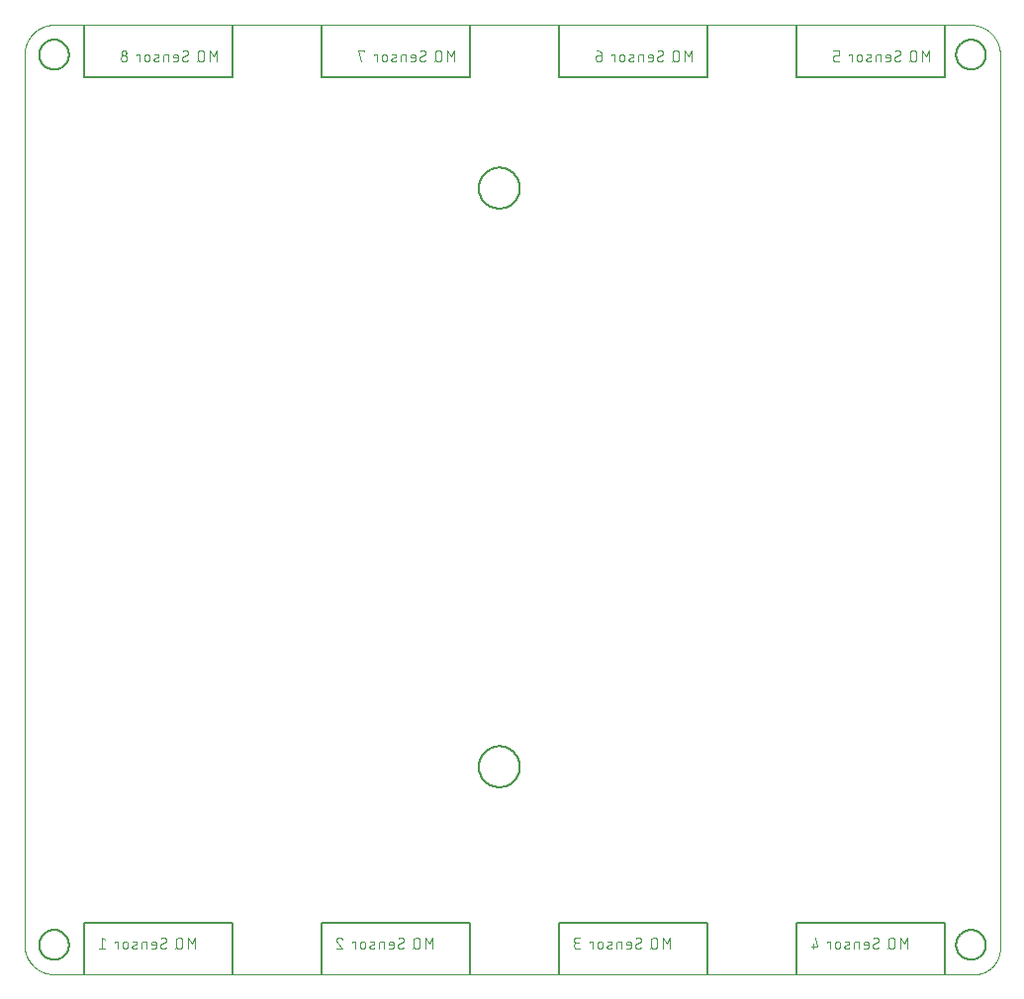
<source format=gbo>
G75*
%MOIN*%
%OFA0B0*%
%FSLAX25Y25*%
%IPPOS*%
%LPD*%
%AMOC8*
5,1,8,0,0,1.08239X$1,22.5*
%
%ADD10C,0.00000*%
%ADD11C,0.00600*%
%ADD12C,0.00300*%
D10*
X0013520Y0011600D02*
X0013520Y0311561D01*
X0013523Y0311803D01*
X0013532Y0312044D01*
X0013546Y0312285D01*
X0013567Y0312526D01*
X0013593Y0312766D01*
X0013625Y0313006D01*
X0013663Y0313245D01*
X0013706Y0313482D01*
X0013756Y0313719D01*
X0013811Y0313954D01*
X0013871Y0314188D01*
X0013938Y0314420D01*
X0014009Y0314651D01*
X0014087Y0314880D01*
X0014170Y0315107D01*
X0014258Y0315332D01*
X0014352Y0315555D01*
X0014451Y0315775D01*
X0014556Y0315993D01*
X0014665Y0316208D01*
X0014780Y0316421D01*
X0014900Y0316631D01*
X0015025Y0316837D01*
X0015155Y0317041D01*
X0015290Y0317242D01*
X0015430Y0317439D01*
X0015574Y0317633D01*
X0015723Y0317823D01*
X0015877Y0318009D01*
X0016035Y0318192D01*
X0016197Y0318371D01*
X0016364Y0318546D01*
X0016535Y0318717D01*
X0016710Y0318884D01*
X0016889Y0319046D01*
X0017072Y0319204D01*
X0017258Y0319358D01*
X0017448Y0319507D01*
X0017642Y0319651D01*
X0017839Y0319791D01*
X0018040Y0319926D01*
X0018244Y0320056D01*
X0018450Y0320181D01*
X0018660Y0320301D01*
X0018873Y0320416D01*
X0019088Y0320525D01*
X0019306Y0320630D01*
X0019526Y0320729D01*
X0019749Y0320823D01*
X0019974Y0320911D01*
X0020201Y0320994D01*
X0020430Y0321072D01*
X0020661Y0321143D01*
X0020893Y0321210D01*
X0021127Y0321270D01*
X0021362Y0321325D01*
X0021599Y0321375D01*
X0021836Y0321418D01*
X0022075Y0321456D01*
X0022315Y0321488D01*
X0022555Y0321514D01*
X0022796Y0321535D01*
X0023037Y0321549D01*
X0023278Y0321558D01*
X0023520Y0321561D01*
X0332260Y0321561D01*
X0332501Y0321558D01*
X0332741Y0321549D01*
X0332982Y0321535D01*
X0333221Y0321514D01*
X0333461Y0321488D01*
X0333699Y0321456D01*
X0333937Y0321419D01*
X0334174Y0321375D01*
X0334409Y0321326D01*
X0334644Y0321272D01*
X0334877Y0321211D01*
X0335108Y0321145D01*
X0335338Y0321073D01*
X0335566Y0320996D01*
X0335792Y0320914D01*
X0336016Y0320826D01*
X0336238Y0320732D01*
X0336458Y0320633D01*
X0336675Y0320529D01*
X0336889Y0320420D01*
X0337101Y0320306D01*
X0337310Y0320186D01*
X0337516Y0320062D01*
X0337719Y0319932D01*
X0337918Y0319798D01*
X0338115Y0319659D01*
X0338308Y0319515D01*
X0338497Y0319366D01*
X0338683Y0319213D01*
X0338865Y0319056D01*
X0339044Y0318894D01*
X0339218Y0318728D01*
X0339388Y0318558D01*
X0339554Y0318384D01*
X0339716Y0318205D01*
X0339873Y0318023D01*
X0340026Y0317837D01*
X0340175Y0317648D01*
X0340319Y0317455D01*
X0340458Y0317258D01*
X0340592Y0317059D01*
X0340722Y0316856D01*
X0340846Y0316650D01*
X0340966Y0316441D01*
X0341080Y0316229D01*
X0341189Y0316015D01*
X0341293Y0315798D01*
X0341392Y0315578D01*
X0341486Y0315356D01*
X0341574Y0315132D01*
X0341656Y0314906D01*
X0341733Y0314678D01*
X0341805Y0314448D01*
X0341871Y0314217D01*
X0341932Y0313984D01*
X0341986Y0313749D01*
X0342035Y0313514D01*
X0342079Y0313277D01*
X0342116Y0313039D01*
X0342148Y0312801D01*
X0342174Y0312561D01*
X0342195Y0312322D01*
X0342209Y0312081D01*
X0342218Y0311841D01*
X0342221Y0311600D01*
X0342220Y0311600D02*
X0342220Y0010301D01*
X0342221Y0010301D02*
X0342218Y0010091D01*
X0342211Y0009881D01*
X0342198Y0009671D01*
X0342180Y0009461D01*
X0342158Y0009252D01*
X0342130Y0009044D01*
X0342097Y0008836D01*
X0342059Y0008629D01*
X0342016Y0008423D01*
X0341968Y0008219D01*
X0341915Y0008015D01*
X0341858Y0007813D01*
X0341795Y0007612D01*
X0341728Y0007413D01*
X0341656Y0007216D01*
X0341579Y0007020D01*
X0341497Y0006826D01*
X0341411Y0006634D01*
X0341320Y0006445D01*
X0341224Y0006257D01*
X0341124Y0006072D01*
X0341020Y0005890D01*
X0340911Y0005710D01*
X0340798Y0005533D01*
X0340681Y0005358D01*
X0340559Y0005187D01*
X0340434Y0005018D01*
X0340304Y0004853D01*
X0340170Y0004690D01*
X0340033Y0004531D01*
X0339891Y0004375D01*
X0339746Y0004223D01*
X0339598Y0004075D01*
X0339446Y0003930D01*
X0339290Y0003788D01*
X0339131Y0003651D01*
X0338968Y0003517D01*
X0338803Y0003387D01*
X0338634Y0003262D01*
X0338463Y0003140D01*
X0338288Y0003023D01*
X0338111Y0002910D01*
X0337931Y0002801D01*
X0337749Y0002697D01*
X0337564Y0002597D01*
X0337376Y0002501D01*
X0337187Y0002410D01*
X0336995Y0002324D01*
X0336801Y0002242D01*
X0336605Y0002165D01*
X0336408Y0002093D01*
X0336209Y0002026D01*
X0336008Y0001963D01*
X0335806Y0001906D01*
X0335602Y0001853D01*
X0335398Y0001805D01*
X0335192Y0001762D01*
X0334985Y0001724D01*
X0334777Y0001691D01*
X0334569Y0001663D01*
X0334360Y0001641D01*
X0334150Y0001623D01*
X0333940Y0001610D01*
X0333730Y0001603D01*
X0333520Y0001600D01*
X0023520Y0001600D01*
X0023278Y0001603D01*
X0023037Y0001612D01*
X0022796Y0001626D01*
X0022555Y0001647D01*
X0022315Y0001673D01*
X0022075Y0001705D01*
X0021836Y0001743D01*
X0021599Y0001786D01*
X0021362Y0001836D01*
X0021127Y0001891D01*
X0020893Y0001951D01*
X0020661Y0002018D01*
X0020430Y0002089D01*
X0020201Y0002167D01*
X0019974Y0002250D01*
X0019749Y0002338D01*
X0019526Y0002432D01*
X0019306Y0002531D01*
X0019088Y0002636D01*
X0018873Y0002745D01*
X0018660Y0002860D01*
X0018450Y0002980D01*
X0018244Y0003105D01*
X0018040Y0003235D01*
X0017839Y0003370D01*
X0017642Y0003510D01*
X0017448Y0003654D01*
X0017258Y0003803D01*
X0017072Y0003957D01*
X0016889Y0004115D01*
X0016710Y0004277D01*
X0016535Y0004444D01*
X0016364Y0004615D01*
X0016197Y0004790D01*
X0016035Y0004969D01*
X0015877Y0005152D01*
X0015723Y0005338D01*
X0015574Y0005528D01*
X0015430Y0005722D01*
X0015290Y0005919D01*
X0015155Y0006120D01*
X0015025Y0006324D01*
X0014900Y0006530D01*
X0014780Y0006740D01*
X0014665Y0006953D01*
X0014556Y0007168D01*
X0014451Y0007386D01*
X0014352Y0007606D01*
X0014258Y0007829D01*
X0014170Y0008054D01*
X0014087Y0008281D01*
X0014009Y0008510D01*
X0013938Y0008741D01*
X0013871Y0008973D01*
X0013811Y0009207D01*
X0013756Y0009442D01*
X0013706Y0009679D01*
X0013663Y0009916D01*
X0013625Y0010155D01*
X0013593Y0010395D01*
X0013567Y0010635D01*
X0013546Y0010876D01*
X0013532Y0011117D01*
X0013523Y0011358D01*
X0013520Y0011600D01*
D11*
X0018520Y0011600D02*
X0018522Y0011741D01*
X0018528Y0011882D01*
X0018538Y0012022D01*
X0018552Y0012162D01*
X0018570Y0012302D01*
X0018591Y0012441D01*
X0018617Y0012580D01*
X0018646Y0012718D01*
X0018680Y0012854D01*
X0018717Y0012990D01*
X0018758Y0013125D01*
X0018803Y0013259D01*
X0018852Y0013391D01*
X0018904Y0013522D01*
X0018960Y0013651D01*
X0019020Y0013778D01*
X0019083Y0013904D01*
X0019149Y0014028D01*
X0019220Y0014151D01*
X0019293Y0014271D01*
X0019370Y0014389D01*
X0019450Y0014505D01*
X0019534Y0014618D01*
X0019620Y0014729D01*
X0019710Y0014838D01*
X0019803Y0014944D01*
X0019898Y0015047D01*
X0019997Y0015148D01*
X0020098Y0015246D01*
X0020202Y0015341D01*
X0020309Y0015433D01*
X0020418Y0015522D01*
X0020530Y0015607D01*
X0020644Y0015690D01*
X0020760Y0015770D01*
X0020879Y0015846D01*
X0021000Y0015918D01*
X0021122Y0015988D01*
X0021247Y0016053D01*
X0021373Y0016116D01*
X0021501Y0016174D01*
X0021631Y0016229D01*
X0021762Y0016281D01*
X0021895Y0016328D01*
X0022029Y0016372D01*
X0022164Y0016413D01*
X0022300Y0016449D01*
X0022437Y0016481D01*
X0022575Y0016510D01*
X0022713Y0016535D01*
X0022853Y0016555D01*
X0022993Y0016572D01*
X0023133Y0016585D01*
X0023274Y0016594D01*
X0023414Y0016599D01*
X0023555Y0016600D01*
X0023696Y0016597D01*
X0023837Y0016590D01*
X0023977Y0016579D01*
X0024117Y0016564D01*
X0024257Y0016545D01*
X0024396Y0016523D01*
X0024534Y0016496D01*
X0024672Y0016466D01*
X0024808Y0016431D01*
X0024944Y0016393D01*
X0025078Y0016351D01*
X0025212Y0016305D01*
X0025344Y0016256D01*
X0025474Y0016202D01*
X0025603Y0016145D01*
X0025730Y0016085D01*
X0025856Y0016021D01*
X0025979Y0015953D01*
X0026101Y0015882D01*
X0026221Y0015808D01*
X0026338Y0015730D01*
X0026453Y0015649D01*
X0026566Y0015565D01*
X0026677Y0015478D01*
X0026785Y0015387D01*
X0026890Y0015294D01*
X0026993Y0015197D01*
X0027093Y0015098D01*
X0027190Y0014996D01*
X0027284Y0014891D01*
X0027375Y0014784D01*
X0027463Y0014674D01*
X0027548Y0014562D01*
X0027630Y0014447D01*
X0027709Y0014330D01*
X0027784Y0014211D01*
X0027856Y0014090D01*
X0027924Y0013967D01*
X0027989Y0013842D01*
X0028051Y0013715D01*
X0028108Y0013586D01*
X0028163Y0013456D01*
X0028213Y0013325D01*
X0028260Y0013192D01*
X0028303Y0013058D01*
X0028342Y0012922D01*
X0028377Y0012786D01*
X0028409Y0012649D01*
X0028436Y0012511D01*
X0028460Y0012372D01*
X0028480Y0012232D01*
X0028496Y0012092D01*
X0028508Y0011952D01*
X0028516Y0011811D01*
X0028520Y0011670D01*
X0028520Y0011530D01*
X0028516Y0011389D01*
X0028508Y0011248D01*
X0028496Y0011108D01*
X0028480Y0010968D01*
X0028460Y0010828D01*
X0028436Y0010689D01*
X0028409Y0010551D01*
X0028377Y0010414D01*
X0028342Y0010278D01*
X0028303Y0010142D01*
X0028260Y0010008D01*
X0028213Y0009875D01*
X0028163Y0009744D01*
X0028108Y0009614D01*
X0028051Y0009485D01*
X0027989Y0009358D01*
X0027924Y0009233D01*
X0027856Y0009110D01*
X0027784Y0008989D01*
X0027709Y0008870D01*
X0027630Y0008753D01*
X0027548Y0008638D01*
X0027463Y0008526D01*
X0027375Y0008416D01*
X0027284Y0008309D01*
X0027190Y0008204D01*
X0027093Y0008102D01*
X0026993Y0008003D01*
X0026890Y0007906D01*
X0026785Y0007813D01*
X0026677Y0007722D01*
X0026566Y0007635D01*
X0026453Y0007551D01*
X0026338Y0007470D01*
X0026221Y0007392D01*
X0026101Y0007318D01*
X0025979Y0007247D01*
X0025856Y0007179D01*
X0025730Y0007115D01*
X0025603Y0007055D01*
X0025474Y0006998D01*
X0025344Y0006944D01*
X0025212Y0006895D01*
X0025078Y0006849D01*
X0024944Y0006807D01*
X0024808Y0006769D01*
X0024672Y0006734D01*
X0024534Y0006704D01*
X0024396Y0006677D01*
X0024257Y0006655D01*
X0024117Y0006636D01*
X0023977Y0006621D01*
X0023837Y0006610D01*
X0023696Y0006603D01*
X0023555Y0006600D01*
X0023414Y0006601D01*
X0023274Y0006606D01*
X0023133Y0006615D01*
X0022993Y0006628D01*
X0022853Y0006645D01*
X0022713Y0006665D01*
X0022575Y0006690D01*
X0022437Y0006719D01*
X0022300Y0006751D01*
X0022164Y0006787D01*
X0022029Y0006828D01*
X0021895Y0006872D01*
X0021762Y0006919D01*
X0021631Y0006971D01*
X0021501Y0007026D01*
X0021373Y0007084D01*
X0021247Y0007147D01*
X0021122Y0007212D01*
X0021000Y0007282D01*
X0020879Y0007354D01*
X0020760Y0007430D01*
X0020644Y0007510D01*
X0020530Y0007593D01*
X0020418Y0007678D01*
X0020309Y0007767D01*
X0020202Y0007859D01*
X0020098Y0007954D01*
X0019997Y0008052D01*
X0019898Y0008153D01*
X0019803Y0008256D01*
X0019710Y0008362D01*
X0019620Y0008471D01*
X0019534Y0008582D01*
X0019450Y0008695D01*
X0019370Y0008811D01*
X0019293Y0008929D01*
X0019220Y0009049D01*
X0019149Y0009172D01*
X0019083Y0009296D01*
X0019020Y0009422D01*
X0018960Y0009549D01*
X0018904Y0009678D01*
X0018852Y0009809D01*
X0018803Y0009941D01*
X0018758Y0010075D01*
X0018717Y0010210D01*
X0018680Y0010346D01*
X0018646Y0010482D01*
X0018617Y0010620D01*
X0018591Y0010759D01*
X0018570Y0010898D01*
X0018552Y0011038D01*
X0018538Y0011178D01*
X0018528Y0011318D01*
X0018522Y0011459D01*
X0018520Y0011600D01*
X0033520Y0019100D02*
X0033520Y0001600D01*
X0033520Y0019100D02*
X0083520Y0019100D01*
X0083520Y0001600D01*
X0113520Y0001600D02*
X0113520Y0019100D01*
X0163520Y0019100D01*
X0163520Y0001600D01*
X0193520Y0001600D02*
X0193520Y0019100D01*
X0243520Y0019100D01*
X0243520Y0001600D01*
X0273520Y0001600D02*
X0273520Y0019100D01*
X0323520Y0019100D01*
X0323520Y0001600D01*
X0327417Y0011600D02*
X0327419Y0011741D01*
X0327425Y0011882D01*
X0327435Y0012022D01*
X0327449Y0012162D01*
X0327467Y0012302D01*
X0327488Y0012441D01*
X0327514Y0012580D01*
X0327543Y0012718D01*
X0327577Y0012854D01*
X0327614Y0012990D01*
X0327655Y0013125D01*
X0327700Y0013259D01*
X0327749Y0013391D01*
X0327801Y0013522D01*
X0327857Y0013651D01*
X0327917Y0013778D01*
X0327980Y0013904D01*
X0328046Y0014028D01*
X0328117Y0014151D01*
X0328190Y0014271D01*
X0328267Y0014389D01*
X0328347Y0014505D01*
X0328431Y0014618D01*
X0328517Y0014729D01*
X0328607Y0014838D01*
X0328700Y0014944D01*
X0328795Y0015047D01*
X0328894Y0015148D01*
X0328995Y0015246D01*
X0329099Y0015341D01*
X0329206Y0015433D01*
X0329315Y0015522D01*
X0329427Y0015607D01*
X0329541Y0015690D01*
X0329657Y0015770D01*
X0329776Y0015846D01*
X0329897Y0015918D01*
X0330019Y0015988D01*
X0330144Y0016053D01*
X0330270Y0016116D01*
X0330398Y0016174D01*
X0330528Y0016229D01*
X0330659Y0016281D01*
X0330792Y0016328D01*
X0330926Y0016372D01*
X0331061Y0016413D01*
X0331197Y0016449D01*
X0331334Y0016481D01*
X0331472Y0016510D01*
X0331610Y0016535D01*
X0331750Y0016555D01*
X0331890Y0016572D01*
X0332030Y0016585D01*
X0332171Y0016594D01*
X0332311Y0016599D01*
X0332452Y0016600D01*
X0332593Y0016597D01*
X0332734Y0016590D01*
X0332874Y0016579D01*
X0333014Y0016564D01*
X0333154Y0016545D01*
X0333293Y0016523D01*
X0333431Y0016496D01*
X0333569Y0016466D01*
X0333705Y0016431D01*
X0333841Y0016393D01*
X0333975Y0016351D01*
X0334109Y0016305D01*
X0334241Y0016256D01*
X0334371Y0016202D01*
X0334500Y0016145D01*
X0334627Y0016085D01*
X0334753Y0016021D01*
X0334876Y0015953D01*
X0334998Y0015882D01*
X0335118Y0015808D01*
X0335235Y0015730D01*
X0335350Y0015649D01*
X0335463Y0015565D01*
X0335574Y0015478D01*
X0335682Y0015387D01*
X0335787Y0015294D01*
X0335890Y0015197D01*
X0335990Y0015098D01*
X0336087Y0014996D01*
X0336181Y0014891D01*
X0336272Y0014784D01*
X0336360Y0014674D01*
X0336445Y0014562D01*
X0336527Y0014447D01*
X0336606Y0014330D01*
X0336681Y0014211D01*
X0336753Y0014090D01*
X0336821Y0013967D01*
X0336886Y0013842D01*
X0336948Y0013715D01*
X0337005Y0013586D01*
X0337060Y0013456D01*
X0337110Y0013325D01*
X0337157Y0013192D01*
X0337200Y0013058D01*
X0337239Y0012922D01*
X0337274Y0012786D01*
X0337306Y0012649D01*
X0337333Y0012511D01*
X0337357Y0012372D01*
X0337377Y0012232D01*
X0337393Y0012092D01*
X0337405Y0011952D01*
X0337413Y0011811D01*
X0337417Y0011670D01*
X0337417Y0011530D01*
X0337413Y0011389D01*
X0337405Y0011248D01*
X0337393Y0011108D01*
X0337377Y0010968D01*
X0337357Y0010828D01*
X0337333Y0010689D01*
X0337306Y0010551D01*
X0337274Y0010414D01*
X0337239Y0010278D01*
X0337200Y0010142D01*
X0337157Y0010008D01*
X0337110Y0009875D01*
X0337060Y0009744D01*
X0337005Y0009614D01*
X0336948Y0009485D01*
X0336886Y0009358D01*
X0336821Y0009233D01*
X0336753Y0009110D01*
X0336681Y0008989D01*
X0336606Y0008870D01*
X0336527Y0008753D01*
X0336445Y0008638D01*
X0336360Y0008526D01*
X0336272Y0008416D01*
X0336181Y0008309D01*
X0336087Y0008204D01*
X0335990Y0008102D01*
X0335890Y0008003D01*
X0335787Y0007906D01*
X0335682Y0007813D01*
X0335574Y0007722D01*
X0335463Y0007635D01*
X0335350Y0007551D01*
X0335235Y0007470D01*
X0335118Y0007392D01*
X0334998Y0007318D01*
X0334876Y0007247D01*
X0334753Y0007179D01*
X0334627Y0007115D01*
X0334500Y0007055D01*
X0334371Y0006998D01*
X0334241Y0006944D01*
X0334109Y0006895D01*
X0333975Y0006849D01*
X0333841Y0006807D01*
X0333705Y0006769D01*
X0333569Y0006734D01*
X0333431Y0006704D01*
X0333293Y0006677D01*
X0333154Y0006655D01*
X0333014Y0006636D01*
X0332874Y0006621D01*
X0332734Y0006610D01*
X0332593Y0006603D01*
X0332452Y0006600D01*
X0332311Y0006601D01*
X0332171Y0006606D01*
X0332030Y0006615D01*
X0331890Y0006628D01*
X0331750Y0006645D01*
X0331610Y0006665D01*
X0331472Y0006690D01*
X0331334Y0006719D01*
X0331197Y0006751D01*
X0331061Y0006787D01*
X0330926Y0006828D01*
X0330792Y0006872D01*
X0330659Y0006919D01*
X0330528Y0006971D01*
X0330398Y0007026D01*
X0330270Y0007084D01*
X0330144Y0007147D01*
X0330019Y0007212D01*
X0329897Y0007282D01*
X0329776Y0007354D01*
X0329657Y0007430D01*
X0329541Y0007510D01*
X0329427Y0007593D01*
X0329315Y0007678D01*
X0329206Y0007767D01*
X0329099Y0007859D01*
X0328995Y0007954D01*
X0328894Y0008052D01*
X0328795Y0008153D01*
X0328700Y0008256D01*
X0328607Y0008362D01*
X0328517Y0008471D01*
X0328431Y0008582D01*
X0328347Y0008695D01*
X0328267Y0008811D01*
X0328190Y0008929D01*
X0328117Y0009049D01*
X0328046Y0009172D01*
X0327980Y0009296D01*
X0327917Y0009422D01*
X0327857Y0009549D01*
X0327801Y0009678D01*
X0327749Y0009809D01*
X0327700Y0009941D01*
X0327655Y0010075D01*
X0327614Y0010210D01*
X0327577Y0010346D01*
X0327543Y0010482D01*
X0327514Y0010620D01*
X0327488Y0010759D01*
X0327467Y0010898D01*
X0327449Y0011038D01*
X0327435Y0011178D01*
X0327425Y0011318D01*
X0327419Y0011459D01*
X0327417Y0011600D01*
X0166630Y0071600D02*
X0166632Y0071769D01*
X0166638Y0071938D01*
X0166649Y0072107D01*
X0166663Y0072275D01*
X0166682Y0072443D01*
X0166705Y0072611D01*
X0166731Y0072778D01*
X0166762Y0072944D01*
X0166797Y0073110D01*
X0166836Y0073274D01*
X0166880Y0073438D01*
X0166927Y0073600D01*
X0166978Y0073761D01*
X0167033Y0073921D01*
X0167092Y0074080D01*
X0167154Y0074237D01*
X0167221Y0074392D01*
X0167292Y0074546D01*
X0167366Y0074698D01*
X0167444Y0074848D01*
X0167525Y0074996D01*
X0167610Y0075142D01*
X0167699Y0075286D01*
X0167791Y0075428D01*
X0167887Y0075567D01*
X0167986Y0075704D01*
X0168088Y0075839D01*
X0168194Y0075971D01*
X0168303Y0076100D01*
X0168415Y0076227D01*
X0168530Y0076351D01*
X0168648Y0076472D01*
X0168769Y0076590D01*
X0168893Y0076705D01*
X0169020Y0076817D01*
X0169149Y0076926D01*
X0169281Y0077032D01*
X0169416Y0077134D01*
X0169553Y0077233D01*
X0169692Y0077329D01*
X0169834Y0077421D01*
X0169978Y0077510D01*
X0170124Y0077595D01*
X0170272Y0077676D01*
X0170422Y0077754D01*
X0170574Y0077828D01*
X0170728Y0077899D01*
X0170883Y0077966D01*
X0171040Y0078028D01*
X0171199Y0078087D01*
X0171359Y0078142D01*
X0171520Y0078193D01*
X0171682Y0078240D01*
X0171846Y0078284D01*
X0172010Y0078323D01*
X0172176Y0078358D01*
X0172342Y0078389D01*
X0172509Y0078415D01*
X0172677Y0078438D01*
X0172845Y0078457D01*
X0173013Y0078471D01*
X0173182Y0078482D01*
X0173351Y0078488D01*
X0173520Y0078490D01*
X0173689Y0078488D01*
X0173858Y0078482D01*
X0174027Y0078471D01*
X0174195Y0078457D01*
X0174363Y0078438D01*
X0174531Y0078415D01*
X0174698Y0078389D01*
X0174864Y0078358D01*
X0175030Y0078323D01*
X0175194Y0078284D01*
X0175358Y0078240D01*
X0175520Y0078193D01*
X0175681Y0078142D01*
X0175841Y0078087D01*
X0176000Y0078028D01*
X0176157Y0077966D01*
X0176312Y0077899D01*
X0176466Y0077828D01*
X0176618Y0077754D01*
X0176768Y0077676D01*
X0176916Y0077595D01*
X0177062Y0077510D01*
X0177206Y0077421D01*
X0177348Y0077329D01*
X0177487Y0077233D01*
X0177624Y0077134D01*
X0177759Y0077032D01*
X0177891Y0076926D01*
X0178020Y0076817D01*
X0178147Y0076705D01*
X0178271Y0076590D01*
X0178392Y0076472D01*
X0178510Y0076351D01*
X0178625Y0076227D01*
X0178737Y0076100D01*
X0178846Y0075971D01*
X0178952Y0075839D01*
X0179054Y0075704D01*
X0179153Y0075567D01*
X0179249Y0075428D01*
X0179341Y0075286D01*
X0179430Y0075142D01*
X0179515Y0074996D01*
X0179596Y0074848D01*
X0179674Y0074698D01*
X0179748Y0074546D01*
X0179819Y0074392D01*
X0179886Y0074237D01*
X0179948Y0074080D01*
X0180007Y0073921D01*
X0180062Y0073761D01*
X0180113Y0073600D01*
X0180160Y0073438D01*
X0180204Y0073274D01*
X0180243Y0073110D01*
X0180278Y0072944D01*
X0180309Y0072778D01*
X0180335Y0072611D01*
X0180358Y0072443D01*
X0180377Y0072275D01*
X0180391Y0072107D01*
X0180402Y0071938D01*
X0180408Y0071769D01*
X0180410Y0071600D01*
X0180408Y0071431D01*
X0180402Y0071262D01*
X0180391Y0071093D01*
X0180377Y0070925D01*
X0180358Y0070757D01*
X0180335Y0070589D01*
X0180309Y0070422D01*
X0180278Y0070256D01*
X0180243Y0070090D01*
X0180204Y0069926D01*
X0180160Y0069762D01*
X0180113Y0069600D01*
X0180062Y0069439D01*
X0180007Y0069279D01*
X0179948Y0069120D01*
X0179886Y0068963D01*
X0179819Y0068808D01*
X0179748Y0068654D01*
X0179674Y0068502D01*
X0179596Y0068352D01*
X0179515Y0068204D01*
X0179430Y0068058D01*
X0179341Y0067914D01*
X0179249Y0067772D01*
X0179153Y0067633D01*
X0179054Y0067496D01*
X0178952Y0067361D01*
X0178846Y0067229D01*
X0178737Y0067100D01*
X0178625Y0066973D01*
X0178510Y0066849D01*
X0178392Y0066728D01*
X0178271Y0066610D01*
X0178147Y0066495D01*
X0178020Y0066383D01*
X0177891Y0066274D01*
X0177759Y0066168D01*
X0177624Y0066066D01*
X0177487Y0065967D01*
X0177348Y0065871D01*
X0177206Y0065779D01*
X0177062Y0065690D01*
X0176916Y0065605D01*
X0176768Y0065524D01*
X0176618Y0065446D01*
X0176466Y0065372D01*
X0176312Y0065301D01*
X0176157Y0065234D01*
X0176000Y0065172D01*
X0175841Y0065113D01*
X0175681Y0065058D01*
X0175520Y0065007D01*
X0175358Y0064960D01*
X0175194Y0064916D01*
X0175030Y0064877D01*
X0174864Y0064842D01*
X0174698Y0064811D01*
X0174531Y0064785D01*
X0174363Y0064762D01*
X0174195Y0064743D01*
X0174027Y0064729D01*
X0173858Y0064718D01*
X0173689Y0064712D01*
X0173520Y0064710D01*
X0173351Y0064712D01*
X0173182Y0064718D01*
X0173013Y0064729D01*
X0172845Y0064743D01*
X0172677Y0064762D01*
X0172509Y0064785D01*
X0172342Y0064811D01*
X0172176Y0064842D01*
X0172010Y0064877D01*
X0171846Y0064916D01*
X0171682Y0064960D01*
X0171520Y0065007D01*
X0171359Y0065058D01*
X0171199Y0065113D01*
X0171040Y0065172D01*
X0170883Y0065234D01*
X0170728Y0065301D01*
X0170574Y0065372D01*
X0170422Y0065446D01*
X0170272Y0065524D01*
X0170124Y0065605D01*
X0169978Y0065690D01*
X0169834Y0065779D01*
X0169692Y0065871D01*
X0169553Y0065967D01*
X0169416Y0066066D01*
X0169281Y0066168D01*
X0169149Y0066274D01*
X0169020Y0066383D01*
X0168893Y0066495D01*
X0168769Y0066610D01*
X0168648Y0066728D01*
X0168530Y0066849D01*
X0168415Y0066973D01*
X0168303Y0067100D01*
X0168194Y0067229D01*
X0168088Y0067361D01*
X0167986Y0067496D01*
X0167887Y0067633D01*
X0167791Y0067772D01*
X0167699Y0067914D01*
X0167610Y0068058D01*
X0167525Y0068204D01*
X0167444Y0068352D01*
X0167366Y0068502D01*
X0167292Y0068654D01*
X0167221Y0068808D01*
X0167154Y0068963D01*
X0167092Y0069120D01*
X0167033Y0069279D01*
X0166978Y0069439D01*
X0166927Y0069600D01*
X0166880Y0069762D01*
X0166836Y0069926D01*
X0166797Y0070090D01*
X0166762Y0070256D01*
X0166731Y0070422D01*
X0166705Y0070589D01*
X0166682Y0070757D01*
X0166663Y0070925D01*
X0166649Y0071093D01*
X0166638Y0071262D01*
X0166632Y0071431D01*
X0166630Y0071600D01*
X0166630Y0266600D02*
X0166632Y0266769D01*
X0166638Y0266938D01*
X0166649Y0267107D01*
X0166663Y0267275D01*
X0166682Y0267443D01*
X0166705Y0267611D01*
X0166731Y0267778D01*
X0166762Y0267944D01*
X0166797Y0268110D01*
X0166836Y0268274D01*
X0166880Y0268438D01*
X0166927Y0268600D01*
X0166978Y0268761D01*
X0167033Y0268921D01*
X0167092Y0269080D01*
X0167154Y0269237D01*
X0167221Y0269392D01*
X0167292Y0269546D01*
X0167366Y0269698D01*
X0167444Y0269848D01*
X0167525Y0269996D01*
X0167610Y0270142D01*
X0167699Y0270286D01*
X0167791Y0270428D01*
X0167887Y0270567D01*
X0167986Y0270704D01*
X0168088Y0270839D01*
X0168194Y0270971D01*
X0168303Y0271100D01*
X0168415Y0271227D01*
X0168530Y0271351D01*
X0168648Y0271472D01*
X0168769Y0271590D01*
X0168893Y0271705D01*
X0169020Y0271817D01*
X0169149Y0271926D01*
X0169281Y0272032D01*
X0169416Y0272134D01*
X0169553Y0272233D01*
X0169692Y0272329D01*
X0169834Y0272421D01*
X0169978Y0272510D01*
X0170124Y0272595D01*
X0170272Y0272676D01*
X0170422Y0272754D01*
X0170574Y0272828D01*
X0170728Y0272899D01*
X0170883Y0272966D01*
X0171040Y0273028D01*
X0171199Y0273087D01*
X0171359Y0273142D01*
X0171520Y0273193D01*
X0171682Y0273240D01*
X0171846Y0273284D01*
X0172010Y0273323D01*
X0172176Y0273358D01*
X0172342Y0273389D01*
X0172509Y0273415D01*
X0172677Y0273438D01*
X0172845Y0273457D01*
X0173013Y0273471D01*
X0173182Y0273482D01*
X0173351Y0273488D01*
X0173520Y0273490D01*
X0173689Y0273488D01*
X0173858Y0273482D01*
X0174027Y0273471D01*
X0174195Y0273457D01*
X0174363Y0273438D01*
X0174531Y0273415D01*
X0174698Y0273389D01*
X0174864Y0273358D01*
X0175030Y0273323D01*
X0175194Y0273284D01*
X0175358Y0273240D01*
X0175520Y0273193D01*
X0175681Y0273142D01*
X0175841Y0273087D01*
X0176000Y0273028D01*
X0176157Y0272966D01*
X0176312Y0272899D01*
X0176466Y0272828D01*
X0176618Y0272754D01*
X0176768Y0272676D01*
X0176916Y0272595D01*
X0177062Y0272510D01*
X0177206Y0272421D01*
X0177348Y0272329D01*
X0177487Y0272233D01*
X0177624Y0272134D01*
X0177759Y0272032D01*
X0177891Y0271926D01*
X0178020Y0271817D01*
X0178147Y0271705D01*
X0178271Y0271590D01*
X0178392Y0271472D01*
X0178510Y0271351D01*
X0178625Y0271227D01*
X0178737Y0271100D01*
X0178846Y0270971D01*
X0178952Y0270839D01*
X0179054Y0270704D01*
X0179153Y0270567D01*
X0179249Y0270428D01*
X0179341Y0270286D01*
X0179430Y0270142D01*
X0179515Y0269996D01*
X0179596Y0269848D01*
X0179674Y0269698D01*
X0179748Y0269546D01*
X0179819Y0269392D01*
X0179886Y0269237D01*
X0179948Y0269080D01*
X0180007Y0268921D01*
X0180062Y0268761D01*
X0180113Y0268600D01*
X0180160Y0268438D01*
X0180204Y0268274D01*
X0180243Y0268110D01*
X0180278Y0267944D01*
X0180309Y0267778D01*
X0180335Y0267611D01*
X0180358Y0267443D01*
X0180377Y0267275D01*
X0180391Y0267107D01*
X0180402Y0266938D01*
X0180408Y0266769D01*
X0180410Y0266600D01*
X0180408Y0266431D01*
X0180402Y0266262D01*
X0180391Y0266093D01*
X0180377Y0265925D01*
X0180358Y0265757D01*
X0180335Y0265589D01*
X0180309Y0265422D01*
X0180278Y0265256D01*
X0180243Y0265090D01*
X0180204Y0264926D01*
X0180160Y0264762D01*
X0180113Y0264600D01*
X0180062Y0264439D01*
X0180007Y0264279D01*
X0179948Y0264120D01*
X0179886Y0263963D01*
X0179819Y0263808D01*
X0179748Y0263654D01*
X0179674Y0263502D01*
X0179596Y0263352D01*
X0179515Y0263204D01*
X0179430Y0263058D01*
X0179341Y0262914D01*
X0179249Y0262772D01*
X0179153Y0262633D01*
X0179054Y0262496D01*
X0178952Y0262361D01*
X0178846Y0262229D01*
X0178737Y0262100D01*
X0178625Y0261973D01*
X0178510Y0261849D01*
X0178392Y0261728D01*
X0178271Y0261610D01*
X0178147Y0261495D01*
X0178020Y0261383D01*
X0177891Y0261274D01*
X0177759Y0261168D01*
X0177624Y0261066D01*
X0177487Y0260967D01*
X0177348Y0260871D01*
X0177206Y0260779D01*
X0177062Y0260690D01*
X0176916Y0260605D01*
X0176768Y0260524D01*
X0176618Y0260446D01*
X0176466Y0260372D01*
X0176312Y0260301D01*
X0176157Y0260234D01*
X0176000Y0260172D01*
X0175841Y0260113D01*
X0175681Y0260058D01*
X0175520Y0260007D01*
X0175358Y0259960D01*
X0175194Y0259916D01*
X0175030Y0259877D01*
X0174864Y0259842D01*
X0174698Y0259811D01*
X0174531Y0259785D01*
X0174363Y0259762D01*
X0174195Y0259743D01*
X0174027Y0259729D01*
X0173858Y0259718D01*
X0173689Y0259712D01*
X0173520Y0259710D01*
X0173351Y0259712D01*
X0173182Y0259718D01*
X0173013Y0259729D01*
X0172845Y0259743D01*
X0172677Y0259762D01*
X0172509Y0259785D01*
X0172342Y0259811D01*
X0172176Y0259842D01*
X0172010Y0259877D01*
X0171846Y0259916D01*
X0171682Y0259960D01*
X0171520Y0260007D01*
X0171359Y0260058D01*
X0171199Y0260113D01*
X0171040Y0260172D01*
X0170883Y0260234D01*
X0170728Y0260301D01*
X0170574Y0260372D01*
X0170422Y0260446D01*
X0170272Y0260524D01*
X0170124Y0260605D01*
X0169978Y0260690D01*
X0169834Y0260779D01*
X0169692Y0260871D01*
X0169553Y0260967D01*
X0169416Y0261066D01*
X0169281Y0261168D01*
X0169149Y0261274D01*
X0169020Y0261383D01*
X0168893Y0261495D01*
X0168769Y0261610D01*
X0168648Y0261728D01*
X0168530Y0261849D01*
X0168415Y0261973D01*
X0168303Y0262100D01*
X0168194Y0262229D01*
X0168088Y0262361D01*
X0167986Y0262496D01*
X0167887Y0262633D01*
X0167791Y0262772D01*
X0167699Y0262914D01*
X0167610Y0263058D01*
X0167525Y0263204D01*
X0167444Y0263352D01*
X0167366Y0263502D01*
X0167292Y0263654D01*
X0167221Y0263808D01*
X0167154Y0263963D01*
X0167092Y0264120D01*
X0167033Y0264279D01*
X0166978Y0264439D01*
X0166927Y0264600D01*
X0166880Y0264762D01*
X0166836Y0264926D01*
X0166797Y0265090D01*
X0166762Y0265256D01*
X0166731Y0265422D01*
X0166705Y0265589D01*
X0166682Y0265757D01*
X0166663Y0265925D01*
X0166649Y0266093D01*
X0166638Y0266262D01*
X0166632Y0266431D01*
X0166630Y0266600D01*
X0163520Y0304100D02*
X0163520Y0321600D01*
X0163520Y0304100D02*
X0113520Y0304100D01*
X0113520Y0321600D01*
X0083520Y0321600D02*
X0083520Y0304100D01*
X0033520Y0304100D01*
X0033520Y0321600D01*
X0018520Y0311600D02*
X0018522Y0311741D01*
X0018528Y0311882D01*
X0018538Y0312022D01*
X0018552Y0312162D01*
X0018570Y0312302D01*
X0018591Y0312441D01*
X0018617Y0312580D01*
X0018646Y0312718D01*
X0018680Y0312854D01*
X0018717Y0312990D01*
X0018758Y0313125D01*
X0018803Y0313259D01*
X0018852Y0313391D01*
X0018904Y0313522D01*
X0018960Y0313651D01*
X0019020Y0313778D01*
X0019083Y0313904D01*
X0019149Y0314028D01*
X0019220Y0314151D01*
X0019293Y0314271D01*
X0019370Y0314389D01*
X0019450Y0314505D01*
X0019534Y0314618D01*
X0019620Y0314729D01*
X0019710Y0314838D01*
X0019803Y0314944D01*
X0019898Y0315047D01*
X0019997Y0315148D01*
X0020098Y0315246D01*
X0020202Y0315341D01*
X0020309Y0315433D01*
X0020418Y0315522D01*
X0020530Y0315607D01*
X0020644Y0315690D01*
X0020760Y0315770D01*
X0020879Y0315846D01*
X0021000Y0315918D01*
X0021122Y0315988D01*
X0021247Y0316053D01*
X0021373Y0316116D01*
X0021501Y0316174D01*
X0021631Y0316229D01*
X0021762Y0316281D01*
X0021895Y0316328D01*
X0022029Y0316372D01*
X0022164Y0316413D01*
X0022300Y0316449D01*
X0022437Y0316481D01*
X0022575Y0316510D01*
X0022713Y0316535D01*
X0022853Y0316555D01*
X0022993Y0316572D01*
X0023133Y0316585D01*
X0023274Y0316594D01*
X0023414Y0316599D01*
X0023555Y0316600D01*
X0023696Y0316597D01*
X0023837Y0316590D01*
X0023977Y0316579D01*
X0024117Y0316564D01*
X0024257Y0316545D01*
X0024396Y0316523D01*
X0024534Y0316496D01*
X0024672Y0316466D01*
X0024808Y0316431D01*
X0024944Y0316393D01*
X0025078Y0316351D01*
X0025212Y0316305D01*
X0025344Y0316256D01*
X0025474Y0316202D01*
X0025603Y0316145D01*
X0025730Y0316085D01*
X0025856Y0316021D01*
X0025979Y0315953D01*
X0026101Y0315882D01*
X0026221Y0315808D01*
X0026338Y0315730D01*
X0026453Y0315649D01*
X0026566Y0315565D01*
X0026677Y0315478D01*
X0026785Y0315387D01*
X0026890Y0315294D01*
X0026993Y0315197D01*
X0027093Y0315098D01*
X0027190Y0314996D01*
X0027284Y0314891D01*
X0027375Y0314784D01*
X0027463Y0314674D01*
X0027548Y0314562D01*
X0027630Y0314447D01*
X0027709Y0314330D01*
X0027784Y0314211D01*
X0027856Y0314090D01*
X0027924Y0313967D01*
X0027989Y0313842D01*
X0028051Y0313715D01*
X0028108Y0313586D01*
X0028163Y0313456D01*
X0028213Y0313325D01*
X0028260Y0313192D01*
X0028303Y0313058D01*
X0028342Y0312922D01*
X0028377Y0312786D01*
X0028409Y0312649D01*
X0028436Y0312511D01*
X0028460Y0312372D01*
X0028480Y0312232D01*
X0028496Y0312092D01*
X0028508Y0311952D01*
X0028516Y0311811D01*
X0028520Y0311670D01*
X0028520Y0311530D01*
X0028516Y0311389D01*
X0028508Y0311248D01*
X0028496Y0311108D01*
X0028480Y0310968D01*
X0028460Y0310828D01*
X0028436Y0310689D01*
X0028409Y0310551D01*
X0028377Y0310414D01*
X0028342Y0310278D01*
X0028303Y0310142D01*
X0028260Y0310008D01*
X0028213Y0309875D01*
X0028163Y0309744D01*
X0028108Y0309614D01*
X0028051Y0309485D01*
X0027989Y0309358D01*
X0027924Y0309233D01*
X0027856Y0309110D01*
X0027784Y0308989D01*
X0027709Y0308870D01*
X0027630Y0308753D01*
X0027548Y0308638D01*
X0027463Y0308526D01*
X0027375Y0308416D01*
X0027284Y0308309D01*
X0027190Y0308204D01*
X0027093Y0308102D01*
X0026993Y0308003D01*
X0026890Y0307906D01*
X0026785Y0307813D01*
X0026677Y0307722D01*
X0026566Y0307635D01*
X0026453Y0307551D01*
X0026338Y0307470D01*
X0026221Y0307392D01*
X0026101Y0307318D01*
X0025979Y0307247D01*
X0025856Y0307179D01*
X0025730Y0307115D01*
X0025603Y0307055D01*
X0025474Y0306998D01*
X0025344Y0306944D01*
X0025212Y0306895D01*
X0025078Y0306849D01*
X0024944Y0306807D01*
X0024808Y0306769D01*
X0024672Y0306734D01*
X0024534Y0306704D01*
X0024396Y0306677D01*
X0024257Y0306655D01*
X0024117Y0306636D01*
X0023977Y0306621D01*
X0023837Y0306610D01*
X0023696Y0306603D01*
X0023555Y0306600D01*
X0023414Y0306601D01*
X0023274Y0306606D01*
X0023133Y0306615D01*
X0022993Y0306628D01*
X0022853Y0306645D01*
X0022713Y0306665D01*
X0022575Y0306690D01*
X0022437Y0306719D01*
X0022300Y0306751D01*
X0022164Y0306787D01*
X0022029Y0306828D01*
X0021895Y0306872D01*
X0021762Y0306919D01*
X0021631Y0306971D01*
X0021501Y0307026D01*
X0021373Y0307084D01*
X0021247Y0307147D01*
X0021122Y0307212D01*
X0021000Y0307282D01*
X0020879Y0307354D01*
X0020760Y0307430D01*
X0020644Y0307510D01*
X0020530Y0307593D01*
X0020418Y0307678D01*
X0020309Y0307767D01*
X0020202Y0307859D01*
X0020098Y0307954D01*
X0019997Y0308052D01*
X0019898Y0308153D01*
X0019803Y0308256D01*
X0019710Y0308362D01*
X0019620Y0308471D01*
X0019534Y0308582D01*
X0019450Y0308695D01*
X0019370Y0308811D01*
X0019293Y0308929D01*
X0019220Y0309049D01*
X0019149Y0309172D01*
X0019083Y0309296D01*
X0019020Y0309422D01*
X0018960Y0309549D01*
X0018904Y0309678D01*
X0018852Y0309809D01*
X0018803Y0309941D01*
X0018758Y0310075D01*
X0018717Y0310210D01*
X0018680Y0310346D01*
X0018646Y0310482D01*
X0018617Y0310620D01*
X0018591Y0310759D01*
X0018570Y0310898D01*
X0018552Y0311038D01*
X0018538Y0311178D01*
X0018528Y0311318D01*
X0018522Y0311459D01*
X0018520Y0311600D01*
X0193520Y0304100D02*
X0193520Y0321600D01*
X0193520Y0304100D02*
X0243520Y0304100D01*
X0243520Y0321600D01*
X0273520Y0321600D02*
X0273520Y0304100D01*
X0323520Y0304100D01*
X0323520Y0321600D01*
X0327417Y0311600D02*
X0327419Y0311741D01*
X0327425Y0311882D01*
X0327435Y0312022D01*
X0327449Y0312162D01*
X0327467Y0312302D01*
X0327488Y0312441D01*
X0327514Y0312580D01*
X0327543Y0312718D01*
X0327577Y0312854D01*
X0327614Y0312990D01*
X0327655Y0313125D01*
X0327700Y0313259D01*
X0327749Y0313391D01*
X0327801Y0313522D01*
X0327857Y0313651D01*
X0327917Y0313778D01*
X0327980Y0313904D01*
X0328046Y0314028D01*
X0328117Y0314151D01*
X0328190Y0314271D01*
X0328267Y0314389D01*
X0328347Y0314505D01*
X0328431Y0314618D01*
X0328517Y0314729D01*
X0328607Y0314838D01*
X0328700Y0314944D01*
X0328795Y0315047D01*
X0328894Y0315148D01*
X0328995Y0315246D01*
X0329099Y0315341D01*
X0329206Y0315433D01*
X0329315Y0315522D01*
X0329427Y0315607D01*
X0329541Y0315690D01*
X0329657Y0315770D01*
X0329776Y0315846D01*
X0329897Y0315918D01*
X0330019Y0315988D01*
X0330144Y0316053D01*
X0330270Y0316116D01*
X0330398Y0316174D01*
X0330528Y0316229D01*
X0330659Y0316281D01*
X0330792Y0316328D01*
X0330926Y0316372D01*
X0331061Y0316413D01*
X0331197Y0316449D01*
X0331334Y0316481D01*
X0331472Y0316510D01*
X0331610Y0316535D01*
X0331750Y0316555D01*
X0331890Y0316572D01*
X0332030Y0316585D01*
X0332171Y0316594D01*
X0332311Y0316599D01*
X0332452Y0316600D01*
X0332593Y0316597D01*
X0332734Y0316590D01*
X0332874Y0316579D01*
X0333014Y0316564D01*
X0333154Y0316545D01*
X0333293Y0316523D01*
X0333431Y0316496D01*
X0333569Y0316466D01*
X0333705Y0316431D01*
X0333841Y0316393D01*
X0333975Y0316351D01*
X0334109Y0316305D01*
X0334241Y0316256D01*
X0334371Y0316202D01*
X0334500Y0316145D01*
X0334627Y0316085D01*
X0334753Y0316021D01*
X0334876Y0315953D01*
X0334998Y0315882D01*
X0335118Y0315808D01*
X0335235Y0315730D01*
X0335350Y0315649D01*
X0335463Y0315565D01*
X0335574Y0315478D01*
X0335682Y0315387D01*
X0335787Y0315294D01*
X0335890Y0315197D01*
X0335990Y0315098D01*
X0336087Y0314996D01*
X0336181Y0314891D01*
X0336272Y0314784D01*
X0336360Y0314674D01*
X0336445Y0314562D01*
X0336527Y0314447D01*
X0336606Y0314330D01*
X0336681Y0314211D01*
X0336753Y0314090D01*
X0336821Y0313967D01*
X0336886Y0313842D01*
X0336948Y0313715D01*
X0337005Y0313586D01*
X0337060Y0313456D01*
X0337110Y0313325D01*
X0337157Y0313192D01*
X0337200Y0313058D01*
X0337239Y0312922D01*
X0337274Y0312786D01*
X0337306Y0312649D01*
X0337333Y0312511D01*
X0337357Y0312372D01*
X0337377Y0312232D01*
X0337393Y0312092D01*
X0337405Y0311952D01*
X0337413Y0311811D01*
X0337417Y0311670D01*
X0337417Y0311530D01*
X0337413Y0311389D01*
X0337405Y0311248D01*
X0337393Y0311108D01*
X0337377Y0310968D01*
X0337357Y0310828D01*
X0337333Y0310689D01*
X0337306Y0310551D01*
X0337274Y0310414D01*
X0337239Y0310278D01*
X0337200Y0310142D01*
X0337157Y0310008D01*
X0337110Y0309875D01*
X0337060Y0309744D01*
X0337005Y0309614D01*
X0336948Y0309485D01*
X0336886Y0309358D01*
X0336821Y0309233D01*
X0336753Y0309110D01*
X0336681Y0308989D01*
X0336606Y0308870D01*
X0336527Y0308753D01*
X0336445Y0308638D01*
X0336360Y0308526D01*
X0336272Y0308416D01*
X0336181Y0308309D01*
X0336087Y0308204D01*
X0335990Y0308102D01*
X0335890Y0308003D01*
X0335787Y0307906D01*
X0335682Y0307813D01*
X0335574Y0307722D01*
X0335463Y0307635D01*
X0335350Y0307551D01*
X0335235Y0307470D01*
X0335118Y0307392D01*
X0334998Y0307318D01*
X0334876Y0307247D01*
X0334753Y0307179D01*
X0334627Y0307115D01*
X0334500Y0307055D01*
X0334371Y0306998D01*
X0334241Y0306944D01*
X0334109Y0306895D01*
X0333975Y0306849D01*
X0333841Y0306807D01*
X0333705Y0306769D01*
X0333569Y0306734D01*
X0333431Y0306704D01*
X0333293Y0306677D01*
X0333154Y0306655D01*
X0333014Y0306636D01*
X0332874Y0306621D01*
X0332734Y0306610D01*
X0332593Y0306603D01*
X0332452Y0306600D01*
X0332311Y0306601D01*
X0332171Y0306606D01*
X0332030Y0306615D01*
X0331890Y0306628D01*
X0331750Y0306645D01*
X0331610Y0306665D01*
X0331472Y0306690D01*
X0331334Y0306719D01*
X0331197Y0306751D01*
X0331061Y0306787D01*
X0330926Y0306828D01*
X0330792Y0306872D01*
X0330659Y0306919D01*
X0330528Y0306971D01*
X0330398Y0307026D01*
X0330270Y0307084D01*
X0330144Y0307147D01*
X0330019Y0307212D01*
X0329897Y0307282D01*
X0329776Y0307354D01*
X0329657Y0307430D01*
X0329541Y0307510D01*
X0329427Y0307593D01*
X0329315Y0307678D01*
X0329206Y0307767D01*
X0329099Y0307859D01*
X0328995Y0307954D01*
X0328894Y0308052D01*
X0328795Y0308153D01*
X0328700Y0308256D01*
X0328607Y0308362D01*
X0328517Y0308471D01*
X0328431Y0308582D01*
X0328347Y0308695D01*
X0328267Y0308811D01*
X0328190Y0308929D01*
X0328117Y0309049D01*
X0328046Y0309172D01*
X0327980Y0309296D01*
X0327917Y0309422D01*
X0327857Y0309549D01*
X0327801Y0309678D01*
X0327749Y0309809D01*
X0327700Y0309941D01*
X0327655Y0310075D01*
X0327614Y0310210D01*
X0327577Y0310346D01*
X0327543Y0310482D01*
X0327514Y0310620D01*
X0327488Y0310759D01*
X0327467Y0310898D01*
X0327449Y0311038D01*
X0327435Y0311178D01*
X0327425Y0311318D01*
X0327419Y0311459D01*
X0327417Y0311600D01*
D12*
X0318370Y0312950D02*
X0318370Y0309250D01*
X0317136Y0310894D02*
X0315903Y0312950D01*
X0315903Y0309250D01*
X0317136Y0310894D02*
X0318370Y0312950D01*
X0314001Y0311922D02*
X0314001Y0310278D01*
X0313999Y0310215D01*
X0313993Y0310152D01*
X0313983Y0310089D01*
X0313970Y0310027D01*
X0313953Y0309966D01*
X0313932Y0309907D01*
X0313907Y0309848D01*
X0313879Y0309792D01*
X0313847Y0309737D01*
X0313812Y0309684D01*
X0313774Y0309634D01*
X0313733Y0309585D01*
X0313689Y0309540D01*
X0313642Y0309497D01*
X0313593Y0309458D01*
X0313541Y0309421D01*
X0313487Y0309388D01*
X0313431Y0309358D01*
X0313374Y0309331D01*
X0313315Y0309308D01*
X0313254Y0309289D01*
X0313193Y0309274D01*
X0313131Y0309262D01*
X0313068Y0309254D01*
X0313005Y0309250D01*
X0312941Y0309250D01*
X0312878Y0309254D01*
X0312815Y0309262D01*
X0312753Y0309274D01*
X0312692Y0309289D01*
X0312631Y0309308D01*
X0312572Y0309331D01*
X0312515Y0309358D01*
X0312459Y0309388D01*
X0312405Y0309421D01*
X0312353Y0309458D01*
X0312304Y0309497D01*
X0312257Y0309540D01*
X0312213Y0309585D01*
X0312172Y0309634D01*
X0312134Y0309684D01*
X0312099Y0309737D01*
X0312067Y0309792D01*
X0312039Y0309848D01*
X0312014Y0309907D01*
X0311993Y0309966D01*
X0311976Y0310027D01*
X0311963Y0310089D01*
X0311953Y0310152D01*
X0311947Y0310215D01*
X0311945Y0310278D01*
X0311945Y0311922D01*
X0311947Y0311985D01*
X0311953Y0312048D01*
X0311963Y0312111D01*
X0311976Y0312173D01*
X0311993Y0312234D01*
X0312014Y0312293D01*
X0312039Y0312352D01*
X0312067Y0312408D01*
X0312099Y0312463D01*
X0312134Y0312516D01*
X0312172Y0312566D01*
X0312213Y0312615D01*
X0312257Y0312660D01*
X0312304Y0312703D01*
X0312353Y0312742D01*
X0312405Y0312779D01*
X0312459Y0312812D01*
X0312515Y0312842D01*
X0312572Y0312869D01*
X0312631Y0312892D01*
X0312692Y0312911D01*
X0312753Y0312926D01*
X0312815Y0312938D01*
X0312878Y0312946D01*
X0312941Y0312950D01*
X0313005Y0312950D01*
X0313068Y0312946D01*
X0313131Y0312938D01*
X0313193Y0312926D01*
X0313254Y0312911D01*
X0313315Y0312892D01*
X0313374Y0312869D01*
X0313431Y0312842D01*
X0313487Y0312812D01*
X0313541Y0312779D01*
X0313593Y0312742D01*
X0313642Y0312703D01*
X0313689Y0312660D01*
X0313733Y0312615D01*
X0313774Y0312566D01*
X0313812Y0312516D01*
X0313847Y0312463D01*
X0313879Y0312408D01*
X0313907Y0312352D01*
X0313932Y0312293D01*
X0313953Y0312234D01*
X0313970Y0312173D01*
X0313983Y0312111D01*
X0313993Y0312048D01*
X0313999Y0311985D01*
X0314001Y0311922D01*
X0312356Y0310072D02*
X0311534Y0309250D01*
X0308170Y0311408D02*
X0307040Y0310792D01*
X0307451Y0309250D02*
X0307532Y0309252D01*
X0307612Y0309257D01*
X0307692Y0309267D01*
X0307772Y0309280D01*
X0307851Y0309297D01*
X0307929Y0309317D01*
X0308006Y0309341D01*
X0308082Y0309369D01*
X0308156Y0309400D01*
X0308229Y0309434D01*
X0308300Y0309472D01*
X0308370Y0309513D01*
X0308437Y0309557D01*
X0308503Y0309604D01*
X0308566Y0309655D01*
X0308626Y0309708D01*
X0308684Y0309764D01*
X0307040Y0310791D02*
X0306994Y0310762D01*
X0306951Y0310730D01*
X0306909Y0310696D01*
X0306870Y0310658D01*
X0306833Y0310619D01*
X0306799Y0310577D01*
X0306767Y0310532D01*
X0306739Y0310486D01*
X0306714Y0310438D01*
X0306691Y0310389D01*
X0306673Y0310338D01*
X0306657Y0310286D01*
X0306645Y0310234D01*
X0306636Y0310180D01*
X0306631Y0310126D01*
X0306629Y0310072D01*
X0306631Y0310016D01*
X0306637Y0309960D01*
X0306646Y0309905D01*
X0306659Y0309850D01*
X0306676Y0309797D01*
X0306697Y0309745D01*
X0306721Y0309694D01*
X0306749Y0309645D01*
X0306779Y0309598D01*
X0306813Y0309553D01*
X0306850Y0309511D01*
X0306890Y0309471D01*
X0306932Y0309434D01*
X0306977Y0309400D01*
X0307024Y0309370D01*
X0307073Y0309342D01*
X0307124Y0309318D01*
X0307176Y0309297D01*
X0307229Y0309280D01*
X0307284Y0309267D01*
X0307339Y0309258D01*
X0307395Y0309252D01*
X0307451Y0309250D01*
X0306834Y0312642D02*
X0306896Y0312686D01*
X0306960Y0312727D01*
X0307026Y0312765D01*
X0307095Y0312799D01*
X0307164Y0312831D01*
X0307235Y0312858D01*
X0307308Y0312882D01*
X0307381Y0312903D01*
X0307456Y0312920D01*
X0307531Y0312933D01*
X0307607Y0312942D01*
X0307683Y0312948D01*
X0307759Y0312950D01*
X0307815Y0312948D01*
X0307871Y0312942D01*
X0307926Y0312933D01*
X0307981Y0312920D01*
X0308034Y0312903D01*
X0308086Y0312882D01*
X0308137Y0312858D01*
X0308186Y0312830D01*
X0308233Y0312800D01*
X0308278Y0312766D01*
X0308320Y0312729D01*
X0308360Y0312689D01*
X0308397Y0312647D01*
X0308431Y0312602D01*
X0308461Y0312555D01*
X0308489Y0312506D01*
X0308513Y0312455D01*
X0308534Y0312403D01*
X0308551Y0312350D01*
X0308564Y0312295D01*
X0308573Y0312240D01*
X0308579Y0312184D01*
X0308581Y0312128D01*
X0308579Y0312074D01*
X0308574Y0312020D01*
X0308565Y0311966D01*
X0308553Y0311914D01*
X0308537Y0311862D01*
X0308519Y0311811D01*
X0308496Y0311762D01*
X0308471Y0311714D01*
X0308443Y0311668D01*
X0308411Y0311623D01*
X0308377Y0311581D01*
X0308340Y0311542D01*
X0308301Y0311504D01*
X0308259Y0311470D01*
X0308216Y0311438D01*
X0308170Y0311409D01*
X0305239Y0310894D02*
X0305239Y0309867D01*
X0305239Y0310483D02*
X0303594Y0310483D01*
X0303594Y0310894D01*
X0303596Y0310950D01*
X0303602Y0311006D01*
X0303611Y0311061D01*
X0303624Y0311116D01*
X0303641Y0311169D01*
X0303662Y0311221D01*
X0303686Y0311272D01*
X0303714Y0311321D01*
X0303744Y0311368D01*
X0303778Y0311413D01*
X0303815Y0311455D01*
X0303855Y0311495D01*
X0303897Y0311532D01*
X0303942Y0311566D01*
X0303989Y0311596D01*
X0304038Y0311624D01*
X0304089Y0311648D01*
X0304141Y0311669D01*
X0304194Y0311686D01*
X0304249Y0311699D01*
X0304304Y0311708D01*
X0304360Y0311714D01*
X0304416Y0311716D01*
X0304472Y0311714D01*
X0304528Y0311708D01*
X0304583Y0311699D01*
X0304638Y0311686D01*
X0304691Y0311669D01*
X0304743Y0311648D01*
X0304794Y0311624D01*
X0304843Y0311596D01*
X0304890Y0311566D01*
X0304935Y0311532D01*
X0304977Y0311495D01*
X0305017Y0311455D01*
X0305054Y0311413D01*
X0305088Y0311368D01*
X0305118Y0311321D01*
X0305146Y0311272D01*
X0305170Y0311221D01*
X0305191Y0311169D01*
X0305208Y0311116D01*
X0305221Y0311061D01*
X0305230Y0311006D01*
X0305236Y0310950D01*
X0305238Y0310894D01*
X0305239Y0309867D02*
X0305237Y0309819D01*
X0305231Y0309770D01*
X0305222Y0309723D01*
X0305209Y0309676D01*
X0305192Y0309631D01*
X0305172Y0309587D01*
X0305148Y0309545D01*
X0305121Y0309504D01*
X0305091Y0309466D01*
X0305058Y0309431D01*
X0305023Y0309398D01*
X0304985Y0309368D01*
X0304944Y0309341D01*
X0304902Y0309317D01*
X0304858Y0309297D01*
X0304813Y0309280D01*
X0304766Y0309267D01*
X0304719Y0309258D01*
X0304670Y0309252D01*
X0304622Y0309250D01*
X0303594Y0309250D01*
X0301999Y0309250D02*
X0301999Y0311717D01*
X0300971Y0311717D01*
X0300923Y0311715D01*
X0300874Y0311709D01*
X0300827Y0311700D01*
X0300780Y0311687D01*
X0300735Y0311670D01*
X0300691Y0311650D01*
X0300649Y0311626D01*
X0300608Y0311599D01*
X0300570Y0311569D01*
X0300535Y0311536D01*
X0300502Y0311501D01*
X0300472Y0311463D01*
X0300445Y0311422D01*
X0300421Y0311380D01*
X0300401Y0311336D01*
X0300384Y0311291D01*
X0300371Y0311244D01*
X0300362Y0311197D01*
X0300356Y0311148D01*
X0300354Y0311100D01*
X0300354Y0309250D01*
X0298245Y0311717D02*
X0298149Y0311713D01*
X0298054Y0311706D01*
X0297959Y0311695D01*
X0297865Y0311680D01*
X0297772Y0311661D01*
X0297679Y0311639D01*
X0297587Y0311612D01*
X0297497Y0311582D01*
X0297408Y0311549D01*
X0297320Y0311511D01*
X0298244Y0311717D02*
X0298289Y0311716D01*
X0298334Y0311711D01*
X0298378Y0311702D01*
X0298421Y0311690D01*
X0298463Y0311674D01*
X0298503Y0311654D01*
X0298542Y0311631D01*
X0298578Y0311606D01*
X0298612Y0311577D01*
X0298644Y0311545D01*
X0298673Y0311511D01*
X0298699Y0311474D01*
X0298722Y0311436D01*
X0298741Y0311395D01*
X0298757Y0311353D01*
X0298770Y0311310D01*
X0298779Y0311266D01*
X0298784Y0311222D01*
X0298785Y0311177D01*
X0298782Y0311132D01*
X0298776Y0311088D01*
X0298766Y0311044D01*
X0298753Y0311002D01*
X0298736Y0310960D01*
X0298715Y0310920D01*
X0298691Y0310882D01*
X0298665Y0310847D01*
X0298635Y0310813D01*
X0298602Y0310782D01*
X0298567Y0310754D01*
X0298530Y0310729D01*
X0298491Y0310708D01*
X0298450Y0310689D01*
X0297423Y0310278D01*
X0297382Y0310259D01*
X0297343Y0310238D01*
X0297306Y0310213D01*
X0297271Y0310185D01*
X0297238Y0310154D01*
X0297208Y0310120D01*
X0297182Y0310085D01*
X0297158Y0310047D01*
X0297137Y0310007D01*
X0297120Y0309965D01*
X0297107Y0309923D01*
X0297097Y0309879D01*
X0297091Y0309835D01*
X0297088Y0309790D01*
X0297089Y0309745D01*
X0297094Y0309701D01*
X0297103Y0309657D01*
X0297116Y0309614D01*
X0297132Y0309572D01*
X0297151Y0309531D01*
X0297174Y0309493D01*
X0297200Y0309456D01*
X0297229Y0309422D01*
X0297261Y0309390D01*
X0297295Y0309361D01*
X0297331Y0309336D01*
X0297370Y0309313D01*
X0297410Y0309293D01*
X0297452Y0309277D01*
X0297495Y0309265D01*
X0297539Y0309256D01*
X0297584Y0309251D01*
X0297629Y0309250D01*
X0295639Y0310072D02*
X0295639Y0310894D01*
X0295638Y0310894D02*
X0295636Y0310950D01*
X0295630Y0311006D01*
X0295621Y0311061D01*
X0295608Y0311116D01*
X0295591Y0311169D01*
X0295570Y0311221D01*
X0295546Y0311272D01*
X0295518Y0311321D01*
X0295488Y0311368D01*
X0295454Y0311413D01*
X0295417Y0311455D01*
X0295377Y0311495D01*
X0295335Y0311532D01*
X0295290Y0311566D01*
X0295243Y0311596D01*
X0295194Y0311624D01*
X0295143Y0311648D01*
X0295091Y0311669D01*
X0295038Y0311686D01*
X0294983Y0311699D01*
X0294928Y0311708D01*
X0294872Y0311714D01*
X0294816Y0311716D01*
X0294760Y0311714D01*
X0294704Y0311708D01*
X0294649Y0311699D01*
X0294594Y0311686D01*
X0294541Y0311669D01*
X0294489Y0311648D01*
X0294438Y0311624D01*
X0294389Y0311596D01*
X0294342Y0311566D01*
X0294297Y0311532D01*
X0294255Y0311495D01*
X0294215Y0311455D01*
X0294178Y0311413D01*
X0294144Y0311368D01*
X0294114Y0311321D01*
X0294086Y0311272D01*
X0294062Y0311221D01*
X0294041Y0311169D01*
X0294024Y0311116D01*
X0294011Y0311061D01*
X0294002Y0311006D01*
X0293996Y0310950D01*
X0293994Y0310894D01*
X0293994Y0310072D01*
X0293996Y0310016D01*
X0294002Y0309960D01*
X0294011Y0309905D01*
X0294024Y0309850D01*
X0294041Y0309797D01*
X0294062Y0309745D01*
X0294086Y0309694D01*
X0294114Y0309645D01*
X0294144Y0309598D01*
X0294178Y0309553D01*
X0294215Y0309511D01*
X0294255Y0309471D01*
X0294297Y0309434D01*
X0294342Y0309400D01*
X0294389Y0309370D01*
X0294438Y0309342D01*
X0294489Y0309318D01*
X0294541Y0309297D01*
X0294594Y0309280D01*
X0294649Y0309267D01*
X0294704Y0309258D01*
X0294760Y0309252D01*
X0294816Y0309250D01*
X0294872Y0309252D01*
X0294928Y0309258D01*
X0294983Y0309267D01*
X0295038Y0309280D01*
X0295091Y0309297D01*
X0295143Y0309318D01*
X0295194Y0309342D01*
X0295243Y0309370D01*
X0295290Y0309400D01*
X0295335Y0309434D01*
X0295377Y0309471D01*
X0295417Y0309511D01*
X0295454Y0309553D01*
X0295488Y0309598D01*
X0295518Y0309645D01*
X0295546Y0309694D01*
X0295570Y0309745D01*
X0295591Y0309797D01*
X0295608Y0309850D01*
X0295621Y0309905D01*
X0295630Y0309960D01*
X0295636Y0310016D01*
X0295638Y0310072D01*
X0297628Y0309249D02*
X0297743Y0309253D01*
X0297858Y0309260D01*
X0297973Y0309271D01*
X0298088Y0309286D01*
X0298202Y0309305D01*
X0298315Y0309328D01*
X0298427Y0309354D01*
X0298539Y0309384D01*
X0298649Y0309418D01*
X0298758Y0309455D01*
X0292378Y0309250D02*
X0292378Y0311717D01*
X0291145Y0311717D01*
X0291145Y0311306D01*
X0288044Y0311306D02*
X0288044Y0312950D01*
X0285989Y0312950D01*
X0286811Y0311306D02*
X0288044Y0311306D01*
X0286811Y0311305D02*
X0286755Y0311303D01*
X0286699Y0311297D01*
X0286644Y0311288D01*
X0286589Y0311275D01*
X0286536Y0311258D01*
X0286484Y0311237D01*
X0286433Y0311213D01*
X0286384Y0311185D01*
X0286337Y0311155D01*
X0286292Y0311121D01*
X0286250Y0311084D01*
X0286210Y0311044D01*
X0286173Y0311002D01*
X0286139Y0310957D01*
X0286109Y0310910D01*
X0286081Y0310861D01*
X0286057Y0310810D01*
X0286036Y0310758D01*
X0286019Y0310705D01*
X0286006Y0310650D01*
X0285997Y0310595D01*
X0285991Y0310539D01*
X0285989Y0310483D01*
X0285989Y0310072D01*
X0285991Y0310016D01*
X0285997Y0309960D01*
X0286006Y0309905D01*
X0286019Y0309850D01*
X0286036Y0309797D01*
X0286057Y0309745D01*
X0286081Y0309694D01*
X0286109Y0309645D01*
X0286139Y0309598D01*
X0286173Y0309553D01*
X0286210Y0309511D01*
X0286250Y0309471D01*
X0286292Y0309434D01*
X0286337Y0309400D01*
X0286384Y0309370D01*
X0286433Y0309342D01*
X0286484Y0309318D01*
X0286536Y0309297D01*
X0286589Y0309280D01*
X0286644Y0309267D01*
X0286699Y0309258D01*
X0286755Y0309252D01*
X0286811Y0309250D01*
X0288044Y0309250D01*
X0238370Y0309250D02*
X0238370Y0312950D01*
X0237136Y0310894D01*
X0235903Y0312950D01*
X0235903Y0309250D01*
X0234001Y0310278D02*
X0234001Y0311922D01*
X0233999Y0311985D01*
X0233993Y0312048D01*
X0233983Y0312111D01*
X0233970Y0312173D01*
X0233953Y0312234D01*
X0233932Y0312293D01*
X0233907Y0312352D01*
X0233879Y0312408D01*
X0233847Y0312463D01*
X0233812Y0312516D01*
X0233774Y0312566D01*
X0233733Y0312615D01*
X0233689Y0312660D01*
X0233642Y0312703D01*
X0233593Y0312742D01*
X0233541Y0312779D01*
X0233487Y0312812D01*
X0233431Y0312842D01*
X0233374Y0312869D01*
X0233315Y0312892D01*
X0233254Y0312911D01*
X0233193Y0312926D01*
X0233131Y0312938D01*
X0233068Y0312946D01*
X0233005Y0312950D01*
X0232941Y0312950D01*
X0232878Y0312946D01*
X0232815Y0312938D01*
X0232753Y0312926D01*
X0232692Y0312911D01*
X0232631Y0312892D01*
X0232572Y0312869D01*
X0232515Y0312842D01*
X0232459Y0312812D01*
X0232405Y0312779D01*
X0232353Y0312742D01*
X0232304Y0312703D01*
X0232257Y0312660D01*
X0232213Y0312615D01*
X0232172Y0312566D01*
X0232134Y0312516D01*
X0232099Y0312463D01*
X0232067Y0312408D01*
X0232039Y0312352D01*
X0232014Y0312293D01*
X0231993Y0312234D01*
X0231976Y0312173D01*
X0231963Y0312111D01*
X0231953Y0312048D01*
X0231947Y0311985D01*
X0231945Y0311922D01*
X0231945Y0310278D01*
X0232356Y0310072D02*
X0231534Y0309250D01*
X0231945Y0310278D02*
X0231947Y0310215D01*
X0231953Y0310152D01*
X0231963Y0310089D01*
X0231976Y0310027D01*
X0231993Y0309966D01*
X0232014Y0309907D01*
X0232039Y0309848D01*
X0232067Y0309792D01*
X0232099Y0309737D01*
X0232134Y0309684D01*
X0232172Y0309634D01*
X0232213Y0309585D01*
X0232257Y0309540D01*
X0232304Y0309497D01*
X0232353Y0309458D01*
X0232405Y0309421D01*
X0232459Y0309388D01*
X0232515Y0309358D01*
X0232572Y0309331D01*
X0232631Y0309308D01*
X0232692Y0309289D01*
X0232753Y0309274D01*
X0232815Y0309262D01*
X0232878Y0309254D01*
X0232941Y0309250D01*
X0233005Y0309250D01*
X0233068Y0309254D01*
X0233131Y0309262D01*
X0233193Y0309274D01*
X0233254Y0309289D01*
X0233315Y0309308D01*
X0233374Y0309331D01*
X0233431Y0309358D01*
X0233487Y0309388D01*
X0233541Y0309421D01*
X0233593Y0309458D01*
X0233642Y0309497D01*
X0233689Y0309540D01*
X0233733Y0309585D01*
X0233774Y0309634D01*
X0233812Y0309684D01*
X0233847Y0309737D01*
X0233879Y0309792D01*
X0233907Y0309848D01*
X0233932Y0309907D01*
X0233953Y0309966D01*
X0233970Y0310027D01*
X0233983Y0310089D01*
X0233993Y0310152D01*
X0233999Y0310215D01*
X0234001Y0310278D01*
X0228170Y0311408D02*
X0227040Y0310792D01*
X0227451Y0309250D02*
X0227532Y0309252D01*
X0227612Y0309257D01*
X0227692Y0309267D01*
X0227772Y0309280D01*
X0227851Y0309297D01*
X0227929Y0309317D01*
X0228006Y0309341D01*
X0228082Y0309369D01*
X0228156Y0309400D01*
X0228229Y0309434D01*
X0228300Y0309472D01*
X0228370Y0309513D01*
X0228437Y0309557D01*
X0228503Y0309604D01*
X0228566Y0309655D01*
X0228626Y0309708D01*
X0228684Y0309764D01*
X0227040Y0310791D02*
X0226994Y0310762D01*
X0226951Y0310730D01*
X0226909Y0310696D01*
X0226870Y0310658D01*
X0226833Y0310619D01*
X0226799Y0310577D01*
X0226767Y0310532D01*
X0226739Y0310486D01*
X0226714Y0310438D01*
X0226691Y0310389D01*
X0226673Y0310338D01*
X0226657Y0310286D01*
X0226645Y0310234D01*
X0226636Y0310180D01*
X0226631Y0310126D01*
X0226629Y0310072D01*
X0226631Y0310016D01*
X0226637Y0309960D01*
X0226646Y0309905D01*
X0226659Y0309850D01*
X0226676Y0309797D01*
X0226697Y0309745D01*
X0226721Y0309694D01*
X0226749Y0309645D01*
X0226779Y0309598D01*
X0226813Y0309553D01*
X0226850Y0309511D01*
X0226890Y0309471D01*
X0226932Y0309434D01*
X0226977Y0309400D01*
X0227024Y0309370D01*
X0227073Y0309342D01*
X0227124Y0309318D01*
X0227176Y0309297D01*
X0227229Y0309280D01*
X0227284Y0309267D01*
X0227339Y0309258D01*
X0227395Y0309252D01*
X0227451Y0309250D01*
X0226834Y0312642D02*
X0226896Y0312686D01*
X0226960Y0312727D01*
X0227026Y0312765D01*
X0227095Y0312799D01*
X0227164Y0312831D01*
X0227235Y0312858D01*
X0227308Y0312882D01*
X0227381Y0312903D01*
X0227456Y0312920D01*
X0227531Y0312933D01*
X0227607Y0312942D01*
X0227683Y0312948D01*
X0227759Y0312950D01*
X0227815Y0312948D01*
X0227871Y0312942D01*
X0227926Y0312933D01*
X0227981Y0312920D01*
X0228034Y0312903D01*
X0228086Y0312882D01*
X0228137Y0312858D01*
X0228186Y0312830D01*
X0228233Y0312800D01*
X0228278Y0312766D01*
X0228320Y0312729D01*
X0228360Y0312689D01*
X0228397Y0312647D01*
X0228431Y0312602D01*
X0228461Y0312555D01*
X0228489Y0312506D01*
X0228513Y0312455D01*
X0228534Y0312403D01*
X0228551Y0312350D01*
X0228564Y0312295D01*
X0228573Y0312240D01*
X0228579Y0312184D01*
X0228581Y0312128D01*
X0228579Y0312074D01*
X0228574Y0312020D01*
X0228565Y0311966D01*
X0228553Y0311914D01*
X0228537Y0311862D01*
X0228519Y0311811D01*
X0228496Y0311762D01*
X0228471Y0311714D01*
X0228443Y0311668D01*
X0228411Y0311623D01*
X0228377Y0311581D01*
X0228340Y0311542D01*
X0228301Y0311504D01*
X0228259Y0311470D01*
X0228216Y0311438D01*
X0228170Y0311409D01*
X0225239Y0310894D02*
X0225239Y0309867D01*
X0225239Y0310483D02*
X0223594Y0310483D01*
X0223594Y0310894D01*
X0223596Y0310950D01*
X0223602Y0311006D01*
X0223611Y0311061D01*
X0223624Y0311116D01*
X0223641Y0311169D01*
X0223662Y0311221D01*
X0223686Y0311272D01*
X0223714Y0311321D01*
X0223744Y0311368D01*
X0223778Y0311413D01*
X0223815Y0311455D01*
X0223855Y0311495D01*
X0223897Y0311532D01*
X0223942Y0311566D01*
X0223989Y0311596D01*
X0224038Y0311624D01*
X0224089Y0311648D01*
X0224141Y0311669D01*
X0224194Y0311686D01*
X0224249Y0311699D01*
X0224304Y0311708D01*
X0224360Y0311714D01*
X0224416Y0311716D01*
X0224472Y0311714D01*
X0224528Y0311708D01*
X0224583Y0311699D01*
X0224638Y0311686D01*
X0224691Y0311669D01*
X0224743Y0311648D01*
X0224794Y0311624D01*
X0224843Y0311596D01*
X0224890Y0311566D01*
X0224935Y0311532D01*
X0224977Y0311495D01*
X0225017Y0311455D01*
X0225054Y0311413D01*
X0225088Y0311368D01*
X0225118Y0311321D01*
X0225146Y0311272D01*
X0225170Y0311221D01*
X0225191Y0311169D01*
X0225208Y0311116D01*
X0225221Y0311061D01*
X0225230Y0311006D01*
X0225236Y0310950D01*
X0225238Y0310894D01*
X0225239Y0309867D02*
X0225237Y0309819D01*
X0225231Y0309770D01*
X0225222Y0309723D01*
X0225209Y0309676D01*
X0225192Y0309631D01*
X0225172Y0309587D01*
X0225148Y0309545D01*
X0225121Y0309504D01*
X0225091Y0309466D01*
X0225058Y0309431D01*
X0225023Y0309398D01*
X0224985Y0309368D01*
X0224944Y0309341D01*
X0224902Y0309317D01*
X0224858Y0309297D01*
X0224813Y0309280D01*
X0224766Y0309267D01*
X0224719Y0309258D01*
X0224670Y0309252D01*
X0224622Y0309250D01*
X0223594Y0309250D01*
X0221999Y0309250D02*
X0221999Y0311717D01*
X0220971Y0311717D01*
X0220923Y0311715D01*
X0220874Y0311709D01*
X0220827Y0311700D01*
X0220780Y0311687D01*
X0220735Y0311670D01*
X0220691Y0311650D01*
X0220649Y0311626D01*
X0220608Y0311599D01*
X0220570Y0311569D01*
X0220535Y0311536D01*
X0220502Y0311501D01*
X0220472Y0311463D01*
X0220445Y0311422D01*
X0220421Y0311380D01*
X0220401Y0311336D01*
X0220384Y0311291D01*
X0220371Y0311244D01*
X0220362Y0311197D01*
X0220356Y0311148D01*
X0220354Y0311100D01*
X0220354Y0309250D01*
X0218245Y0311717D02*
X0218149Y0311713D01*
X0218054Y0311706D01*
X0217959Y0311695D01*
X0217865Y0311680D01*
X0217772Y0311661D01*
X0217679Y0311639D01*
X0217587Y0311612D01*
X0217497Y0311582D01*
X0217408Y0311549D01*
X0217320Y0311511D01*
X0218244Y0311717D02*
X0218289Y0311716D01*
X0218334Y0311711D01*
X0218378Y0311702D01*
X0218421Y0311690D01*
X0218463Y0311674D01*
X0218503Y0311654D01*
X0218542Y0311631D01*
X0218578Y0311606D01*
X0218612Y0311577D01*
X0218644Y0311545D01*
X0218673Y0311511D01*
X0218699Y0311474D01*
X0218722Y0311436D01*
X0218741Y0311395D01*
X0218757Y0311353D01*
X0218770Y0311310D01*
X0218779Y0311266D01*
X0218784Y0311222D01*
X0218785Y0311177D01*
X0218782Y0311132D01*
X0218776Y0311088D01*
X0218766Y0311044D01*
X0218753Y0311002D01*
X0218736Y0310960D01*
X0218715Y0310920D01*
X0218691Y0310882D01*
X0218665Y0310847D01*
X0218635Y0310813D01*
X0218602Y0310782D01*
X0218567Y0310754D01*
X0218530Y0310729D01*
X0218491Y0310708D01*
X0218450Y0310689D01*
X0217423Y0310278D01*
X0217382Y0310259D01*
X0217343Y0310238D01*
X0217306Y0310213D01*
X0217271Y0310185D01*
X0217238Y0310154D01*
X0217208Y0310120D01*
X0217182Y0310085D01*
X0217158Y0310047D01*
X0217137Y0310007D01*
X0217120Y0309965D01*
X0217107Y0309923D01*
X0217097Y0309879D01*
X0217091Y0309835D01*
X0217088Y0309790D01*
X0217089Y0309745D01*
X0217094Y0309701D01*
X0217103Y0309657D01*
X0217116Y0309614D01*
X0217132Y0309572D01*
X0217151Y0309531D01*
X0217174Y0309493D01*
X0217200Y0309456D01*
X0217229Y0309422D01*
X0217261Y0309390D01*
X0217295Y0309361D01*
X0217331Y0309336D01*
X0217370Y0309313D01*
X0217410Y0309293D01*
X0217452Y0309277D01*
X0217495Y0309265D01*
X0217539Y0309256D01*
X0217584Y0309251D01*
X0217629Y0309250D01*
X0215639Y0310072D02*
X0215639Y0310894D01*
X0215638Y0310894D02*
X0215636Y0310950D01*
X0215630Y0311006D01*
X0215621Y0311061D01*
X0215608Y0311116D01*
X0215591Y0311169D01*
X0215570Y0311221D01*
X0215546Y0311272D01*
X0215518Y0311321D01*
X0215488Y0311368D01*
X0215454Y0311413D01*
X0215417Y0311455D01*
X0215377Y0311495D01*
X0215335Y0311532D01*
X0215290Y0311566D01*
X0215243Y0311596D01*
X0215194Y0311624D01*
X0215143Y0311648D01*
X0215091Y0311669D01*
X0215038Y0311686D01*
X0214983Y0311699D01*
X0214928Y0311708D01*
X0214872Y0311714D01*
X0214816Y0311716D01*
X0214760Y0311714D01*
X0214704Y0311708D01*
X0214649Y0311699D01*
X0214594Y0311686D01*
X0214541Y0311669D01*
X0214489Y0311648D01*
X0214438Y0311624D01*
X0214389Y0311596D01*
X0214342Y0311566D01*
X0214297Y0311532D01*
X0214255Y0311495D01*
X0214215Y0311455D01*
X0214178Y0311413D01*
X0214144Y0311368D01*
X0214114Y0311321D01*
X0214086Y0311272D01*
X0214062Y0311221D01*
X0214041Y0311169D01*
X0214024Y0311116D01*
X0214011Y0311061D01*
X0214002Y0311006D01*
X0213996Y0310950D01*
X0213994Y0310894D01*
X0213994Y0310072D01*
X0213996Y0310016D01*
X0214002Y0309960D01*
X0214011Y0309905D01*
X0214024Y0309850D01*
X0214041Y0309797D01*
X0214062Y0309745D01*
X0214086Y0309694D01*
X0214114Y0309645D01*
X0214144Y0309598D01*
X0214178Y0309553D01*
X0214215Y0309511D01*
X0214255Y0309471D01*
X0214297Y0309434D01*
X0214342Y0309400D01*
X0214389Y0309370D01*
X0214438Y0309342D01*
X0214489Y0309318D01*
X0214541Y0309297D01*
X0214594Y0309280D01*
X0214649Y0309267D01*
X0214704Y0309258D01*
X0214760Y0309252D01*
X0214816Y0309250D01*
X0214872Y0309252D01*
X0214928Y0309258D01*
X0214983Y0309267D01*
X0215038Y0309280D01*
X0215091Y0309297D01*
X0215143Y0309318D01*
X0215194Y0309342D01*
X0215243Y0309370D01*
X0215290Y0309400D01*
X0215335Y0309434D01*
X0215377Y0309471D01*
X0215417Y0309511D01*
X0215454Y0309553D01*
X0215488Y0309598D01*
X0215518Y0309645D01*
X0215546Y0309694D01*
X0215570Y0309745D01*
X0215591Y0309797D01*
X0215608Y0309850D01*
X0215621Y0309905D01*
X0215630Y0309960D01*
X0215636Y0310016D01*
X0215638Y0310072D01*
X0217628Y0309249D02*
X0217743Y0309253D01*
X0217858Y0309260D01*
X0217973Y0309271D01*
X0218088Y0309286D01*
X0218202Y0309305D01*
X0218315Y0309328D01*
X0218427Y0309354D01*
X0218539Y0309384D01*
X0218649Y0309418D01*
X0218758Y0309455D01*
X0212378Y0309250D02*
X0212378Y0311717D01*
X0211145Y0311717D01*
X0211145Y0311306D01*
X0208044Y0311306D02*
X0208044Y0310278D01*
X0208045Y0310278D02*
X0208043Y0310215D01*
X0208037Y0310152D01*
X0208027Y0310089D01*
X0208014Y0310027D01*
X0207997Y0309966D01*
X0207976Y0309907D01*
X0207951Y0309848D01*
X0207923Y0309792D01*
X0207891Y0309737D01*
X0207856Y0309684D01*
X0207818Y0309634D01*
X0207777Y0309585D01*
X0207733Y0309540D01*
X0207686Y0309497D01*
X0207637Y0309458D01*
X0207585Y0309421D01*
X0207531Y0309388D01*
X0207475Y0309358D01*
X0207418Y0309331D01*
X0207359Y0309308D01*
X0207298Y0309289D01*
X0207237Y0309274D01*
X0207175Y0309262D01*
X0207112Y0309254D01*
X0207049Y0309250D01*
X0206985Y0309250D01*
X0206922Y0309254D01*
X0206859Y0309262D01*
X0206797Y0309274D01*
X0206736Y0309289D01*
X0206675Y0309308D01*
X0206616Y0309331D01*
X0206559Y0309358D01*
X0206503Y0309388D01*
X0206449Y0309421D01*
X0206397Y0309458D01*
X0206348Y0309497D01*
X0206301Y0309540D01*
X0206257Y0309585D01*
X0206216Y0309634D01*
X0206178Y0309684D01*
X0206143Y0309737D01*
X0206111Y0309792D01*
X0206083Y0309848D01*
X0206058Y0309907D01*
X0206037Y0309966D01*
X0206020Y0310027D01*
X0206007Y0310089D01*
X0205997Y0310152D01*
X0205991Y0310215D01*
X0205989Y0310278D01*
X0205989Y0310483D01*
X0205991Y0310539D01*
X0205997Y0310595D01*
X0206006Y0310650D01*
X0206019Y0310705D01*
X0206036Y0310758D01*
X0206057Y0310810D01*
X0206081Y0310861D01*
X0206109Y0310910D01*
X0206139Y0310957D01*
X0206173Y0311002D01*
X0206210Y0311044D01*
X0206250Y0311084D01*
X0206292Y0311121D01*
X0206337Y0311155D01*
X0206384Y0311185D01*
X0206433Y0311213D01*
X0206484Y0311237D01*
X0206536Y0311258D01*
X0206589Y0311275D01*
X0206644Y0311288D01*
X0206699Y0311297D01*
X0206755Y0311303D01*
X0206811Y0311305D01*
X0206811Y0311306D02*
X0208044Y0311306D01*
X0208042Y0311384D01*
X0208037Y0311462D01*
X0208027Y0311540D01*
X0208014Y0311617D01*
X0207998Y0311694D01*
X0207977Y0311769D01*
X0207954Y0311844D01*
X0207926Y0311917D01*
X0207895Y0311989D01*
X0207861Y0312059D01*
X0207824Y0312128D01*
X0207783Y0312195D01*
X0207739Y0312260D01*
X0207692Y0312322D01*
X0207642Y0312383D01*
X0207590Y0312440D01*
X0207534Y0312496D01*
X0207477Y0312548D01*
X0207416Y0312598D01*
X0207354Y0312645D01*
X0207289Y0312689D01*
X0207222Y0312730D01*
X0207153Y0312767D01*
X0207083Y0312801D01*
X0207011Y0312832D01*
X0206938Y0312860D01*
X0206863Y0312883D01*
X0206788Y0312904D01*
X0206711Y0312920D01*
X0206634Y0312933D01*
X0206556Y0312943D01*
X0206478Y0312948D01*
X0206400Y0312950D01*
X0158370Y0312950D02*
X0158370Y0309250D01*
X0157136Y0310894D02*
X0155903Y0312950D01*
X0155903Y0309250D01*
X0157136Y0310894D02*
X0158370Y0312950D01*
X0154001Y0311922D02*
X0154001Y0310278D01*
X0153999Y0310215D01*
X0153993Y0310152D01*
X0153983Y0310089D01*
X0153970Y0310027D01*
X0153953Y0309966D01*
X0153932Y0309907D01*
X0153907Y0309848D01*
X0153879Y0309792D01*
X0153847Y0309737D01*
X0153812Y0309684D01*
X0153774Y0309634D01*
X0153733Y0309585D01*
X0153689Y0309540D01*
X0153642Y0309497D01*
X0153593Y0309458D01*
X0153541Y0309421D01*
X0153487Y0309388D01*
X0153431Y0309358D01*
X0153374Y0309331D01*
X0153315Y0309308D01*
X0153254Y0309289D01*
X0153193Y0309274D01*
X0153131Y0309262D01*
X0153068Y0309254D01*
X0153005Y0309250D01*
X0152941Y0309250D01*
X0152878Y0309254D01*
X0152815Y0309262D01*
X0152753Y0309274D01*
X0152692Y0309289D01*
X0152631Y0309308D01*
X0152572Y0309331D01*
X0152515Y0309358D01*
X0152459Y0309388D01*
X0152405Y0309421D01*
X0152353Y0309458D01*
X0152304Y0309497D01*
X0152257Y0309540D01*
X0152213Y0309585D01*
X0152172Y0309634D01*
X0152134Y0309684D01*
X0152099Y0309737D01*
X0152067Y0309792D01*
X0152039Y0309848D01*
X0152014Y0309907D01*
X0151993Y0309966D01*
X0151976Y0310027D01*
X0151963Y0310089D01*
X0151953Y0310152D01*
X0151947Y0310215D01*
X0151945Y0310278D01*
X0151945Y0311922D01*
X0151947Y0311985D01*
X0151953Y0312048D01*
X0151963Y0312111D01*
X0151976Y0312173D01*
X0151993Y0312234D01*
X0152014Y0312293D01*
X0152039Y0312352D01*
X0152067Y0312408D01*
X0152099Y0312463D01*
X0152134Y0312516D01*
X0152172Y0312566D01*
X0152213Y0312615D01*
X0152257Y0312660D01*
X0152304Y0312703D01*
X0152353Y0312742D01*
X0152405Y0312779D01*
X0152459Y0312812D01*
X0152515Y0312842D01*
X0152572Y0312869D01*
X0152631Y0312892D01*
X0152692Y0312911D01*
X0152753Y0312926D01*
X0152815Y0312938D01*
X0152878Y0312946D01*
X0152941Y0312950D01*
X0153005Y0312950D01*
X0153068Y0312946D01*
X0153131Y0312938D01*
X0153193Y0312926D01*
X0153254Y0312911D01*
X0153315Y0312892D01*
X0153374Y0312869D01*
X0153431Y0312842D01*
X0153487Y0312812D01*
X0153541Y0312779D01*
X0153593Y0312742D01*
X0153642Y0312703D01*
X0153689Y0312660D01*
X0153733Y0312615D01*
X0153774Y0312566D01*
X0153812Y0312516D01*
X0153847Y0312463D01*
X0153879Y0312408D01*
X0153907Y0312352D01*
X0153932Y0312293D01*
X0153953Y0312234D01*
X0153970Y0312173D01*
X0153983Y0312111D01*
X0153993Y0312048D01*
X0153999Y0311985D01*
X0154001Y0311922D01*
X0152356Y0310072D02*
X0151534Y0309250D01*
X0148170Y0311408D02*
X0147040Y0310792D01*
X0147451Y0309250D02*
X0147532Y0309252D01*
X0147612Y0309257D01*
X0147692Y0309267D01*
X0147772Y0309280D01*
X0147851Y0309297D01*
X0147929Y0309317D01*
X0148006Y0309341D01*
X0148082Y0309369D01*
X0148156Y0309400D01*
X0148229Y0309434D01*
X0148300Y0309472D01*
X0148370Y0309513D01*
X0148437Y0309557D01*
X0148503Y0309604D01*
X0148566Y0309655D01*
X0148626Y0309708D01*
X0148684Y0309764D01*
X0147040Y0310791D02*
X0146994Y0310762D01*
X0146951Y0310730D01*
X0146909Y0310696D01*
X0146870Y0310658D01*
X0146833Y0310619D01*
X0146799Y0310577D01*
X0146767Y0310532D01*
X0146739Y0310486D01*
X0146714Y0310438D01*
X0146691Y0310389D01*
X0146673Y0310338D01*
X0146657Y0310286D01*
X0146645Y0310234D01*
X0146636Y0310180D01*
X0146631Y0310126D01*
X0146629Y0310072D01*
X0146631Y0310016D01*
X0146637Y0309960D01*
X0146646Y0309905D01*
X0146659Y0309850D01*
X0146676Y0309797D01*
X0146697Y0309745D01*
X0146721Y0309694D01*
X0146749Y0309645D01*
X0146779Y0309598D01*
X0146813Y0309553D01*
X0146850Y0309511D01*
X0146890Y0309471D01*
X0146932Y0309434D01*
X0146977Y0309400D01*
X0147024Y0309370D01*
X0147073Y0309342D01*
X0147124Y0309318D01*
X0147176Y0309297D01*
X0147229Y0309280D01*
X0147284Y0309267D01*
X0147339Y0309258D01*
X0147395Y0309252D01*
X0147451Y0309250D01*
X0146834Y0312642D02*
X0146896Y0312686D01*
X0146960Y0312727D01*
X0147026Y0312765D01*
X0147095Y0312799D01*
X0147164Y0312831D01*
X0147235Y0312858D01*
X0147308Y0312882D01*
X0147381Y0312903D01*
X0147456Y0312920D01*
X0147531Y0312933D01*
X0147607Y0312942D01*
X0147683Y0312948D01*
X0147759Y0312950D01*
X0147815Y0312948D01*
X0147871Y0312942D01*
X0147926Y0312933D01*
X0147981Y0312920D01*
X0148034Y0312903D01*
X0148086Y0312882D01*
X0148137Y0312858D01*
X0148186Y0312830D01*
X0148233Y0312800D01*
X0148278Y0312766D01*
X0148320Y0312729D01*
X0148360Y0312689D01*
X0148397Y0312647D01*
X0148431Y0312602D01*
X0148461Y0312555D01*
X0148489Y0312506D01*
X0148513Y0312455D01*
X0148534Y0312403D01*
X0148551Y0312350D01*
X0148564Y0312295D01*
X0148573Y0312240D01*
X0148579Y0312184D01*
X0148581Y0312128D01*
X0148579Y0312074D01*
X0148574Y0312020D01*
X0148565Y0311966D01*
X0148553Y0311914D01*
X0148537Y0311862D01*
X0148519Y0311811D01*
X0148496Y0311762D01*
X0148471Y0311714D01*
X0148443Y0311668D01*
X0148411Y0311623D01*
X0148377Y0311581D01*
X0148340Y0311542D01*
X0148301Y0311504D01*
X0148259Y0311470D01*
X0148216Y0311438D01*
X0148170Y0311409D01*
X0145239Y0310894D02*
X0145239Y0309867D01*
X0145239Y0310483D02*
X0143594Y0310483D01*
X0143594Y0310894D01*
X0143596Y0310950D01*
X0143602Y0311006D01*
X0143611Y0311061D01*
X0143624Y0311116D01*
X0143641Y0311169D01*
X0143662Y0311221D01*
X0143686Y0311272D01*
X0143714Y0311321D01*
X0143744Y0311368D01*
X0143778Y0311413D01*
X0143815Y0311455D01*
X0143855Y0311495D01*
X0143897Y0311532D01*
X0143942Y0311566D01*
X0143989Y0311596D01*
X0144038Y0311624D01*
X0144089Y0311648D01*
X0144141Y0311669D01*
X0144194Y0311686D01*
X0144249Y0311699D01*
X0144304Y0311708D01*
X0144360Y0311714D01*
X0144416Y0311716D01*
X0144472Y0311714D01*
X0144528Y0311708D01*
X0144583Y0311699D01*
X0144638Y0311686D01*
X0144691Y0311669D01*
X0144743Y0311648D01*
X0144794Y0311624D01*
X0144843Y0311596D01*
X0144890Y0311566D01*
X0144935Y0311532D01*
X0144977Y0311495D01*
X0145017Y0311455D01*
X0145054Y0311413D01*
X0145088Y0311368D01*
X0145118Y0311321D01*
X0145146Y0311272D01*
X0145170Y0311221D01*
X0145191Y0311169D01*
X0145208Y0311116D01*
X0145221Y0311061D01*
X0145230Y0311006D01*
X0145236Y0310950D01*
X0145238Y0310894D01*
X0145239Y0309867D02*
X0145237Y0309819D01*
X0145231Y0309770D01*
X0145222Y0309723D01*
X0145209Y0309676D01*
X0145192Y0309631D01*
X0145172Y0309587D01*
X0145148Y0309545D01*
X0145121Y0309504D01*
X0145091Y0309466D01*
X0145058Y0309431D01*
X0145023Y0309398D01*
X0144985Y0309368D01*
X0144944Y0309341D01*
X0144902Y0309317D01*
X0144858Y0309297D01*
X0144813Y0309280D01*
X0144766Y0309267D01*
X0144719Y0309258D01*
X0144670Y0309252D01*
X0144622Y0309250D01*
X0143594Y0309250D01*
X0141999Y0309250D02*
X0141999Y0311717D01*
X0140971Y0311717D01*
X0140923Y0311715D01*
X0140874Y0311709D01*
X0140827Y0311700D01*
X0140780Y0311687D01*
X0140735Y0311670D01*
X0140691Y0311650D01*
X0140649Y0311626D01*
X0140608Y0311599D01*
X0140570Y0311569D01*
X0140535Y0311536D01*
X0140502Y0311501D01*
X0140472Y0311463D01*
X0140445Y0311422D01*
X0140421Y0311380D01*
X0140401Y0311336D01*
X0140384Y0311291D01*
X0140371Y0311244D01*
X0140362Y0311197D01*
X0140356Y0311148D01*
X0140354Y0311100D01*
X0140354Y0309250D01*
X0138245Y0311717D02*
X0138149Y0311713D01*
X0138054Y0311706D01*
X0137959Y0311695D01*
X0137865Y0311680D01*
X0137772Y0311661D01*
X0137679Y0311639D01*
X0137587Y0311612D01*
X0137497Y0311582D01*
X0137408Y0311549D01*
X0137320Y0311511D01*
X0138244Y0311717D02*
X0138289Y0311716D01*
X0138334Y0311711D01*
X0138378Y0311702D01*
X0138421Y0311690D01*
X0138463Y0311674D01*
X0138503Y0311654D01*
X0138542Y0311631D01*
X0138578Y0311606D01*
X0138612Y0311577D01*
X0138644Y0311545D01*
X0138673Y0311511D01*
X0138699Y0311474D01*
X0138722Y0311436D01*
X0138741Y0311395D01*
X0138757Y0311353D01*
X0138770Y0311310D01*
X0138779Y0311266D01*
X0138784Y0311222D01*
X0138785Y0311177D01*
X0138782Y0311132D01*
X0138776Y0311088D01*
X0138766Y0311044D01*
X0138753Y0311002D01*
X0138736Y0310960D01*
X0138715Y0310920D01*
X0138691Y0310882D01*
X0138665Y0310847D01*
X0138635Y0310813D01*
X0138602Y0310782D01*
X0138567Y0310754D01*
X0138530Y0310729D01*
X0138491Y0310708D01*
X0138450Y0310689D01*
X0137423Y0310278D01*
X0137382Y0310259D01*
X0137343Y0310238D01*
X0137306Y0310213D01*
X0137271Y0310185D01*
X0137238Y0310154D01*
X0137208Y0310120D01*
X0137182Y0310085D01*
X0137158Y0310047D01*
X0137137Y0310007D01*
X0137120Y0309965D01*
X0137107Y0309923D01*
X0137097Y0309879D01*
X0137091Y0309835D01*
X0137088Y0309790D01*
X0137089Y0309745D01*
X0137094Y0309701D01*
X0137103Y0309657D01*
X0137116Y0309614D01*
X0137132Y0309572D01*
X0137151Y0309531D01*
X0137174Y0309493D01*
X0137200Y0309456D01*
X0137229Y0309422D01*
X0137261Y0309390D01*
X0137295Y0309361D01*
X0137331Y0309336D01*
X0137370Y0309313D01*
X0137410Y0309293D01*
X0137452Y0309277D01*
X0137495Y0309265D01*
X0137539Y0309256D01*
X0137584Y0309251D01*
X0137629Y0309250D01*
X0135639Y0310072D02*
X0135639Y0310894D01*
X0135638Y0310894D02*
X0135636Y0310950D01*
X0135630Y0311006D01*
X0135621Y0311061D01*
X0135608Y0311116D01*
X0135591Y0311169D01*
X0135570Y0311221D01*
X0135546Y0311272D01*
X0135518Y0311321D01*
X0135488Y0311368D01*
X0135454Y0311413D01*
X0135417Y0311455D01*
X0135377Y0311495D01*
X0135335Y0311532D01*
X0135290Y0311566D01*
X0135243Y0311596D01*
X0135194Y0311624D01*
X0135143Y0311648D01*
X0135091Y0311669D01*
X0135038Y0311686D01*
X0134983Y0311699D01*
X0134928Y0311708D01*
X0134872Y0311714D01*
X0134816Y0311716D01*
X0134760Y0311714D01*
X0134704Y0311708D01*
X0134649Y0311699D01*
X0134594Y0311686D01*
X0134541Y0311669D01*
X0134489Y0311648D01*
X0134438Y0311624D01*
X0134389Y0311596D01*
X0134342Y0311566D01*
X0134297Y0311532D01*
X0134255Y0311495D01*
X0134215Y0311455D01*
X0134178Y0311413D01*
X0134144Y0311368D01*
X0134114Y0311321D01*
X0134086Y0311272D01*
X0134062Y0311221D01*
X0134041Y0311169D01*
X0134024Y0311116D01*
X0134011Y0311061D01*
X0134002Y0311006D01*
X0133996Y0310950D01*
X0133994Y0310894D01*
X0133994Y0310072D01*
X0133996Y0310016D01*
X0134002Y0309960D01*
X0134011Y0309905D01*
X0134024Y0309850D01*
X0134041Y0309797D01*
X0134062Y0309745D01*
X0134086Y0309694D01*
X0134114Y0309645D01*
X0134144Y0309598D01*
X0134178Y0309553D01*
X0134215Y0309511D01*
X0134255Y0309471D01*
X0134297Y0309434D01*
X0134342Y0309400D01*
X0134389Y0309370D01*
X0134438Y0309342D01*
X0134489Y0309318D01*
X0134541Y0309297D01*
X0134594Y0309280D01*
X0134649Y0309267D01*
X0134704Y0309258D01*
X0134760Y0309252D01*
X0134816Y0309250D01*
X0134872Y0309252D01*
X0134928Y0309258D01*
X0134983Y0309267D01*
X0135038Y0309280D01*
X0135091Y0309297D01*
X0135143Y0309318D01*
X0135194Y0309342D01*
X0135243Y0309370D01*
X0135290Y0309400D01*
X0135335Y0309434D01*
X0135377Y0309471D01*
X0135417Y0309511D01*
X0135454Y0309553D01*
X0135488Y0309598D01*
X0135518Y0309645D01*
X0135546Y0309694D01*
X0135570Y0309745D01*
X0135591Y0309797D01*
X0135608Y0309850D01*
X0135621Y0309905D01*
X0135630Y0309960D01*
X0135636Y0310016D01*
X0135638Y0310072D01*
X0137628Y0309249D02*
X0137743Y0309253D01*
X0137858Y0309260D01*
X0137973Y0309271D01*
X0138088Y0309286D01*
X0138202Y0309305D01*
X0138315Y0309328D01*
X0138427Y0309354D01*
X0138539Y0309384D01*
X0138649Y0309418D01*
X0138758Y0309455D01*
X0132378Y0309250D02*
X0132378Y0311717D01*
X0131145Y0311717D01*
X0131145Y0311306D01*
X0128044Y0312539D02*
X0128044Y0312950D01*
X0125989Y0312950D01*
X0127017Y0309250D01*
X0078370Y0309250D02*
X0078370Y0312950D01*
X0077136Y0310894D01*
X0075903Y0312950D01*
X0075903Y0309250D01*
X0074001Y0310278D02*
X0074001Y0311922D01*
X0073999Y0311985D01*
X0073993Y0312048D01*
X0073983Y0312111D01*
X0073970Y0312173D01*
X0073953Y0312234D01*
X0073932Y0312293D01*
X0073907Y0312352D01*
X0073879Y0312408D01*
X0073847Y0312463D01*
X0073812Y0312516D01*
X0073774Y0312566D01*
X0073733Y0312615D01*
X0073689Y0312660D01*
X0073642Y0312703D01*
X0073593Y0312742D01*
X0073541Y0312779D01*
X0073487Y0312812D01*
X0073431Y0312842D01*
X0073374Y0312869D01*
X0073315Y0312892D01*
X0073254Y0312911D01*
X0073193Y0312926D01*
X0073131Y0312938D01*
X0073068Y0312946D01*
X0073005Y0312950D01*
X0072941Y0312950D01*
X0072878Y0312946D01*
X0072815Y0312938D01*
X0072753Y0312926D01*
X0072692Y0312911D01*
X0072631Y0312892D01*
X0072572Y0312869D01*
X0072515Y0312842D01*
X0072459Y0312812D01*
X0072405Y0312779D01*
X0072353Y0312742D01*
X0072304Y0312703D01*
X0072257Y0312660D01*
X0072213Y0312615D01*
X0072172Y0312566D01*
X0072134Y0312516D01*
X0072099Y0312463D01*
X0072067Y0312408D01*
X0072039Y0312352D01*
X0072014Y0312293D01*
X0071993Y0312234D01*
X0071976Y0312173D01*
X0071963Y0312111D01*
X0071953Y0312048D01*
X0071947Y0311985D01*
X0071945Y0311922D01*
X0071945Y0310278D01*
X0072356Y0310072D02*
X0071534Y0309250D01*
X0071945Y0310278D02*
X0071947Y0310215D01*
X0071953Y0310152D01*
X0071963Y0310089D01*
X0071976Y0310027D01*
X0071993Y0309966D01*
X0072014Y0309907D01*
X0072039Y0309848D01*
X0072067Y0309792D01*
X0072099Y0309737D01*
X0072134Y0309684D01*
X0072172Y0309634D01*
X0072213Y0309585D01*
X0072257Y0309540D01*
X0072304Y0309497D01*
X0072353Y0309458D01*
X0072405Y0309421D01*
X0072459Y0309388D01*
X0072515Y0309358D01*
X0072572Y0309331D01*
X0072631Y0309308D01*
X0072692Y0309289D01*
X0072753Y0309274D01*
X0072815Y0309262D01*
X0072878Y0309254D01*
X0072941Y0309250D01*
X0073005Y0309250D01*
X0073068Y0309254D01*
X0073131Y0309262D01*
X0073193Y0309274D01*
X0073254Y0309289D01*
X0073315Y0309308D01*
X0073374Y0309331D01*
X0073431Y0309358D01*
X0073487Y0309388D01*
X0073541Y0309421D01*
X0073593Y0309458D01*
X0073642Y0309497D01*
X0073689Y0309540D01*
X0073733Y0309585D01*
X0073774Y0309634D01*
X0073812Y0309684D01*
X0073847Y0309737D01*
X0073879Y0309792D01*
X0073907Y0309848D01*
X0073932Y0309907D01*
X0073953Y0309966D01*
X0073970Y0310027D01*
X0073983Y0310089D01*
X0073993Y0310152D01*
X0073999Y0310215D01*
X0074001Y0310278D01*
X0068170Y0311408D02*
X0067040Y0310792D01*
X0067451Y0309250D02*
X0067532Y0309252D01*
X0067612Y0309257D01*
X0067692Y0309267D01*
X0067772Y0309280D01*
X0067851Y0309297D01*
X0067929Y0309317D01*
X0068006Y0309341D01*
X0068082Y0309369D01*
X0068156Y0309400D01*
X0068229Y0309434D01*
X0068300Y0309472D01*
X0068370Y0309513D01*
X0068437Y0309557D01*
X0068503Y0309604D01*
X0068566Y0309655D01*
X0068626Y0309708D01*
X0068684Y0309764D01*
X0067040Y0310791D02*
X0066994Y0310762D01*
X0066951Y0310730D01*
X0066909Y0310696D01*
X0066870Y0310658D01*
X0066833Y0310619D01*
X0066799Y0310577D01*
X0066767Y0310532D01*
X0066739Y0310486D01*
X0066714Y0310438D01*
X0066691Y0310389D01*
X0066673Y0310338D01*
X0066657Y0310286D01*
X0066645Y0310234D01*
X0066636Y0310180D01*
X0066631Y0310126D01*
X0066629Y0310072D01*
X0066631Y0310016D01*
X0066637Y0309960D01*
X0066646Y0309905D01*
X0066659Y0309850D01*
X0066676Y0309797D01*
X0066697Y0309745D01*
X0066721Y0309694D01*
X0066749Y0309645D01*
X0066779Y0309598D01*
X0066813Y0309553D01*
X0066850Y0309511D01*
X0066890Y0309471D01*
X0066932Y0309434D01*
X0066977Y0309400D01*
X0067024Y0309370D01*
X0067073Y0309342D01*
X0067124Y0309318D01*
X0067176Y0309297D01*
X0067229Y0309280D01*
X0067284Y0309267D01*
X0067339Y0309258D01*
X0067395Y0309252D01*
X0067451Y0309250D01*
X0066834Y0312642D02*
X0066896Y0312686D01*
X0066960Y0312727D01*
X0067026Y0312765D01*
X0067095Y0312799D01*
X0067164Y0312831D01*
X0067235Y0312858D01*
X0067308Y0312882D01*
X0067381Y0312903D01*
X0067456Y0312920D01*
X0067531Y0312933D01*
X0067607Y0312942D01*
X0067683Y0312948D01*
X0067759Y0312950D01*
X0067815Y0312948D01*
X0067871Y0312942D01*
X0067926Y0312933D01*
X0067981Y0312920D01*
X0068034Y0312903D01*
X0068086Y0312882D01*
X0068137Y0312858D01*
X0068186Y0312830D01*
X0068233Y0312800D01*
X0068278Y0312766D01*
X0068320Y0312729D01*
X0068360Y0312689D01*
X0068397Y0312647D01*
X0068431Y0312602D01*
X0068461Y0312555D01*
X0068489Y0312506D01*
X0068513Y0312455D01*
X0068534Y0312403D01*
X0068551Y0312350D01*
X0068564Y0312295D01*
X0068573Y0312240D01*
X0068579Y0312184D01*
X0068581Y0312128D01*
X0068579Y0312074D01*
X0068574Y0312020D01*
X0068565Y0311966D01*
X0068553Y0311914D01*
X0068537Y0311862D01*
X0068519Y0311811D01*
X0068496Y0311762D01*
X0068471Y0311714D01*
X0068443Y0311668D01*
X0068411Y0311623D01*
X0068377Y0311581D01*
X0068340Y0311542D01*
X0068301Y0311504D01*
X0068259Y0311470D01*
X0068216Y0311438D01*
X0068170Y0311409D01*
X0065239Y0310894D02*
X0065239Y0309867D01*
X0065239Y0310483D02*
X0063594Y0310483D01*
X0063594Y0310894D01*
X0063596Y0310950D01*
X0063602Y0311006D01*
X0063611Y0311061D01*
X0063624Y0311116D01*
X0063641Y0311169D01*
X0063662Y0311221D01*
X0063686Y0311272D01*
X0063714Y0311321D01*
X0063744Y0311368D01*
X0063778Y0311413D01*
X0063815Y0311455D01*
X0063855Y0311495D01*
X0063897Y0311532D01*
X0063942Y0311566D01*
X0063989Y0311596D01*
X0064038Y0311624D01*
X0064089Y0311648D01*
X0064141Y0311669D01*
X0064194Y0311686D01*
X0064249Y0311699D01*
X0064304Y0311708D01*
X0064360Y0311714D01*
X0064416Y0311716D01*
X0064472Y0311714D01*
X0064528Y0311708D01*
X0064583Y0311699D01*
X0064638Y0311686D01*
X0064691Y0311669D01*
X0064743Y0311648D01*
X0064794Y0311624D01*
X0064843Y0311596D01*
X0064890Y0311566D01*
X0064935Y0311532D01*
X0064977Y0311495D01*
X0065017Y0311455D01*
X0065054Y0311413D01*
X0065088Y0311368D01*
X0065118Y0311321D01*
X0065146Y0311272D01*
X0065170Y0311221D01*
X0065191Y0311169D01*
X0065208Y0311116D01*
X0065221Y0311061D01*
X0065230Y0311006D01*
X0065236Y0310950D01*
X0065238Y0310894D01*
X0065239Y0309867D02*
X0065237Y0309819D01*
X0065231Y0309770D01*
X0065222Y0309723D01*
X0065209Y0309676D01*
X0065192Y0309631D01*
X0065172Y0309587D01*
X0065148Y0309545D01*
X0065121Y0309504D01*
X0065091Y0309466D01*
X0065058Y0309431D01*
X0065023Y0309398D01*
X0064985Y0309368D01*
X0064944Y0309341D01*
X0064902Y0309317D01*
X0064858Y0309297D01*
X0064813Y0309280D01*
X0064766Y0309267D01*
X0064719Y0309258D01*
X0064670Y0309252D01*
X0064622Y0309250D01*
X0063594Y0309250D01*
X0061999Y0309250D02*
X0061999Y0311717D01*
X0060971Y0311717D01*
X0060923Y0311715D01*
X0060874Y0311709D01*
X0060827Y0311700D01*
X0060780Y0311687D01*
X0060735Y0311670D01*
X0060691Y0311650D01*
X0060649Y0311626D01*
X0060608Y0311599D01*
X0060570Y0311569D01*
X0060535Y0311536D01*
X0060502Y0311501D01*
X0060472Y0311463D01*
X0060445Y0311422D01*
X0060421Y0311380D01*
X0060401Y0311336D01*
X0060384Y0311291D01*
X0060371Y0311244D01*
X0060362Y0311197D01*
X0060356Y0311148D01*
X0060354Y0311100D01*
X0060354Y0309250D01*
X0058245Y0311717D02*
X0058149Y0311713D01*
X0058054Y0311706D01*
X0057959Y0311695D01*
X0057865Y0311680D01*
X0057772Y0311661D01*
X0057679Y0311639D01*
X0057587Y0311612D01*
X0057497Y0311582D01*
X0057408Y0311549D01*
X0057320Y0311511D01*
X0058244Y0311717D02*
X0058289Y0311716D01*
X0058334Y0311711D01*
X0058378Y0311702D01*
X0058421Y0311690D01*
X0058463Y0311674D01*
X0058503Y0311654D01*
X0058542Y0311631D01*
X0058578Y0311606D01*
X0058612Y0311577D01*
X0058644Y0311545D01*
X0058673Y0311511D01*
X0058699Y0311474D01*
X0058722Y0311436D01*
X0058741Y0311395D01*
X0058757Y0311353D01*
X0058770Y0311310D01*
X0058779Y0311266D01*
X0058784Y0311222D01*
X0058785Y0311177D01*
X0058782Y0311132D01*
X0058776Y0311088D01*
X0058766Y0311044D01*
X0058753Y0311002D01*
X0058736Y0310960D01*
X0058715Y0310920D01*
X0058691Y0310882D01*
X0058665Y0310847D01*
X0058635Y0310813D01*
X0058602Y0310782D01*
X0058567Y0310754D01*
X0058530Y0310729D01*
X0058491Y0310708D01*
X0058450Y0310689D01*
X0057423Y0310278D01*
X0057382Y0310259D01*
X0057343Y0310238D01*
X0057306Y0310213D01*
X0057271Y0310185D01*
X0057238Y0310154D01*
X0057208Y0310120D01*
X0057182Y0310085D01*
X0057158Y0310047D01*
X0057137Y0310007D01*
X0057120Y0309965D01*
X0057107Y0309923D01*
X0057097Y0309879D01*
X0057091Y0309835D01*
X0057088Y0309790D01*
X0057089Y0309745D01*
X0057094Y0309701D01*
X0057103Y0309657D01*
X0057116Y0309614D01*
X0057132Y0309572D01*
X0057151Y0309531D01*
X0057174Y0309493D01*
X0057200Y0309456D01*
X0057229Y0309422D01*
X0057261Y0309390D01*
X0057295Y0309361D01*
X0057331Y0309336D01*
X0057370Y0309313D01*
X0057410Y0309293D01*
X0057452Y0309277D01*
X0057495Y0309265D01*
X0057539Y0309256D01*
X0057584Y0309251D01*
X0057629Y0309250D01*
X0055639Y0310072D02*
X0055639Y0310894D01*
X0055638Y0310894D02*
X0055636Y0310950D01*
X0055630Y0311006D01*
X0055621Y0311061D01*
X0055608Y0311116D01*
X0055591Y0311169D01*
X0055570Y0311221D01*
X0055546Y0311272D01*
X0055518Y0311321D01*
X0055488Y0311368D01*
X0055454Y0311413D01*
X0055417Y0311455D01*
X0055377Y0311495D01*
X0055335Y0311532D01*
X0055290Y0311566D01*
X0055243Y0311596D01*
X0055194Y0311624D01*
X0055143Y0311648D01*
X0055091Y0311669D01*
X0055038Y0311686D01*
X0054983Y0311699D01*
X0054928Y0311708D01*
X0054872Y0311714D01*
X0054816Y0311716D01*
X0054760Y0311714D01*
X0054704Y0311708D01*
X0054649Y0311699D01*
X0054594Y0311686D01*
X0054541Y0311669D01*
X0054489Y0311648D01*
X0054438Y0311624D01*
X0054389Y0311596D01*
X0054342Y0311566D01*
X0054297Y0311532D01*
X0054255Y0311495D01*
X0054215Y0311455D01*
X0054178Y0311413D01*
X0054144Y0311368D01*
X0054114Y0311321D01*
X0054086Y0311272D01*
X0054062Y0311221D01*
X0054041Y0311169D01*
X0054024Y0311116D01*
X0054011Y0311061D01*
X0054002Y0311006D01*
X0053996Y0310950D01*
X0053994Y0310894D01*
X0053994Y0310072D01*
X0053996Y0310016D01*
X0054002Y0309960D01*
X0054011Y0309905D01*
X0054024Y0309850D01*
X0054041Y0309797D01*
X0054062Y0309745D01*
X0054086Y0309694D01*
X0054114Y0309645D01*
X0054144Y0309598D01*
X0054178Y0309553D01*
X0054215Y0309511D01*
X0054255Y0309471D01*
X0054297Y0309434D01*
X0054342Y0309400D01*
X0054389Y0309370D01*
X0054438Y0309342D01*
X0054489Y0309318D01*
X0054541Y0309297D01*
X0054594Y0309280D01*
X0054649Y0309267D01*
X0054704Y0309258D01*
X0054760Y0309252D01*
X0054816Y0309250D01*
X0054872Y0309252D01*
X0054928Y0309258D01*
X0054983Y0309267D01*
X0055038Y0309280D01*
X0055091Y0309297D01*
X0055143Y0309318D01*
X0055194Y0309342D01*
X0055243Y0309370D01*
X0055290Y0309400D01*
X0055335Y0309434D01*
X0055377Y0309471D01*
X0055417Y0309511D01*
X0055454Y0309553D01*
X0055488Y0309598D01*
X0055518Y0309645D01*
X0055546Y0309694D01*
X0055570Y0309745D01*
X0055591Y0309797D01*
X0055608Y0309850D01*
X0055621Y0309905D01*
X0055630Y0309960D01*
X0055636Y0310016D01*
X0055638Y0310072D01*
X0057628Y0309249D02*
X0057743Y0309253D01*
X0057858Y0309260D01*
X0057973Y0309271D01*
X0058088Y0309286D01*
X0058202Y0309305D01*
X0058315Y0309328D01*
X0058427Y0309354D01*
X0058539Y0309384D01*
X0058649Y0309418D01*
X0058758Y0309455D01*
X0052378Y0309250D02*
X0052378Y0311717D01*
X0051145Y0311717D01*
X0051145Y0311306D01*
X0047839Y0312128D02*
X0047837Y0312072D01*
X0047831Y0312016D01*
X0047822Y0311961D01*
X0047809Y0311906D01*
X0047792Y0311853D01*
X0047771Y0311801D01*
X0047747Y0311750D01*
X0047719Y0311701D01*
X0047689Y0311654D01*
X0047655Y0311609D01*
X0047618Y0311567D01*
X0047578Y0311527D01*
X0047536Y0311490D01*
X0047491Y0311456D01*
X0047444Y0311426D01*
X0047395Y0311398D01*
X0047344Y0311374D01*
X0047292Y0311353D01*
X0047239Y0311336D01*
X0047184Y0311323D01*
X0047129Y0311314D01*
X0047073Y0311308D01*
X0047017Y0311306D01*
X0046961Y0311308D01*
X0046905Y0311314D01*
X0046850Y0311323D01*
X0046795Y0311336D01*
X0046742Y0311353D01*
X0046690Y0311374D01*
X0046639Y0311398D01*
X0046590Y0311426D01*
X0046543Y0311456D01*
X0046498Y0311490D01*
X0046456Y0311527D01*
X0046416Y0311567D01*
X0046379Y0311609D01*
X0046345Y0311654D01*
X0046315Y0311701D01*
X0046287Y0311750D01*
X0046263Y0311801D01*
X0046242Y0311853D01*
X0046225Y0311906D01*
X0046212Y0311961D01*
X0046203Y0312016D01*
X0046197Y0312072D01*
X0046195Y0312128D01*
X0046197Y0312184D01*
X0046203Y0312240D01*
X0046212Y0312295D01*
X0046225Y0312350D01*
X0046242Y0312403D01*
X0046263Y0312455D01*
X0046287Y0312506D01*
X0046315Y0312555D01*
X0046345Y0312602D01*
X0046379Y0312647D01*
X0046416Y0312689D01*
X0046456Y0312729D01*
X0046498Y0312766D01*
X0046543Y0312800D01*
X0046590Y0312830D01*
X0046639Y0312858D01*
X0046690Y0312882D01*
X0046742Y0312903D01*
X0046795Y0312920D01*
X0046850Y0312933D01*
X0046905Y0312942D01*
X0046961Y0312948D01*
X0047017Y0312950D01*
X0047073Y0312948D01*
X0047129Y0312942D01*
X0047184Y0312933D01*
X0047239Y0312920D01*
X0047292Y0312903D01*
X0047344Y0312882D01*
X0047395Y0312858D01*
X0047444Y0312830D01*
X0047491Y0312800D01*
X0047536Y0312766D01*
X0047578Y0312729D01*
X0047618Y0312689D01*
X0047655Y0312647D01*
X0047689Y0312602D01*
X0047719Y0312555D01*
X0047747Y0312506D01*
X0047771Y0312455D01*
X0047792Y0312403D01*
X0047809Y0312350D01*
X0047822Y0312295D01*
X0047831Y0312240D01*
X0047837Y0312184D01*
X0047839Y0312128D01*
X0048045Y0310278D02*
X0048043Y0310215D01*
X0048037Y0310152D01*
X0048027Y0310089D01*
X0048014Y0310027D01*
X0047997Y0309966D01*
X0047976Y0309907D01*
X0047951Y0309848D01*
X0047923Y0309792D01*
X0047891Y0309737D01*
X0047856Y0309684D01*
X0047818Y0309634D01*
X0047777Y0309585D01*
X0047733Y0309540D01*
X0047686Y0309497D01*
X0047637Y0309458D01*
X0047585Y0309421D01*
X0047531Y0309388D01*
X0047475Y0309358D01*
X0047418Y0309331D01*
X0047359Y0309308D01*
X0047298Y0309289D01*
X0047237Y0309274D01*
X0047175Y0309262D01*
X0047112Y0309254D01*
X0047049Y0309250D01*
X0046985Y0309250D01*
X0046922Y0309254D01*
X0046859Y0309262D01*
X0046797Y0309274D01*
X0046736Y0309289D01*
X0046675Y0309308D01*
X0046616Y0309331D01*
X0046559Y0309358D01*
X0046503Y0309388D01*
X0046449Y0309421D01*
X0046397Y0309458D01*
X0046348Y0309497D01*
X0046301Y0309540D01*
X0046257Y0309585D01*
X0046216Y0309634D01*
X0046178Y0309684D01*
X0046143Y0309737D01*
X0046111Y0309792D01*
X0046083Y0309848D01*
X0046058Y0309907D01*
X0046037Y0309966D01*
X0046020Y0310027D01*
X0046007Y0310089D01*
X0045997Y0310152D01*
X0045991Y0310215D01*
X0045989Y0310278D01*
X0045991Y0310341D01*
X0045997Y0310404D01*
X0046007Y0310467D01*
X0046020Y0310529D01*
X0046037Y0310590D01*
X0046058Y0310649D01*
X0046083Y0310708D01*
X0046111Y0310764D01*
X0046143Y0310819D01*
X0046178Y0310872D01*
X0046216Y0310922D01*
X0046257Y0310971D01*
X0046301Y0311016D01*
X0046348Y0311059D01*
X0046397Y0311098D01*
X0046449Y0311135D01*
X0046503Y0311168D01*
X0046559Y0311198D01*
X0046616Y0311225D01*
X0046675Y0311248D01*
X0046736Y0311267D01*
X0046797Y0311282D01*
X0046859Y0311294D01*
X0046922Y0311302D01*
X0046985Y0311306D01*
X0047049Y0311306D01*
X0047112Y0311302D01*
X0047175Y0311294D01*
X0047237Y0311282D01*
X0047298Y0311267D01*
X0047359Y0311248D01*
X0047418Y0311225D01*
X0047475Y0311198D01*
X0047531Y0311168D01*
X0047585Y0311135D01*
X0047637Y0311098D01*
X0047686Y0311059D01*
X0047733Y0311016D01*
X0047777Y0310971D01*
X0047818Y0310922D01*
X0047856Y0310872D01*
X0047891Y0310819D01*
X0047923Y0310764D01*
X0047951Y0310708D01*
X0047976Y0310649D01*
X0047997Y0310590D01*
X0048014Y0310529D01*
X0048027Y0310467D01*
X0048037Y0310404D01*
X0048043Y0310341D01*
X0048045Y0310278D01*
X0039697Y0013950D02*
X0039697Y0010250D01*
X0038670Y0010250D02*
X0040725Y0010250D01*
X0040725Y0013128D02*
X0039697Y0013950D01*
X0043826Y0012717D02*
X0043826Y0012306D01*
X0043826Y0012717D02*
X0045059Y0012717D01*
X0045059Y0010250D01*
X0046675Y0011072D02*
X0046675Y0011894D01*
X0046677Y0011950D01*
X0046683Y0012006D01*
X0046692Y0012061D01*
X0046705Y0012116D01*
X0046722Y0012169D01*
X0046743Y0012221D01*
X0046767Y0012272D01*
X0046795Y0012321D01*
X0046825Y0012368D01*
X0046859Y0012413D01*
X0046896Y0012455D01*
X0046936Y0012495D01*
X0046978Y0012532D01*
X0047023Y0012566D01*
X0047070Y0012596D01*
X0047119Y0012624D01*
X0047170Y0012648D01*
X0047222Y0012669D01*
X0047275Y0012686D01*
X0047330Y0012699D01*
X0047385Y0012708D01*
X0047441Y0012714D01*
X0047497Y0012716D01*
X0047553Y0012714D01*
X0047609Y0012708D01*
X0047664Y0012699D01*
X0047719Y0012686D01*
X0047772Y0012669D01*
X0047824Y0012648D01*
X0047875Y0012624D01*
X0047924Y0012596D01*
X0047971Y0012566D01*
X0048016Y0012532D01*
X0048058Y0012495D01*
X0048098Y0012455D01*
X0048135Y0012413D01*
X0048169Y0012368D01*
X0048199Y0012321D01*
X0048227Y0012272D01*
X0048251Y0012221D01*
X0048272Y0012169D01*
X0048289Y0012116D01*
X0048302Y0012061D01*
X0048311Y0012006D01*
X0048317Y0011950D01*
X0048319Y0011894D01*
X0048320Y0011894D02*
X0048320Y0011072D01*
X0048319Y0011072D02*
X0048317Y0011016D01*
X0048311Y0010960D01*
X0048302Y0010905D01*
X0048289Y0010850D01*
X0048272Y0010797D01*
X0048251Y0010745D01*
X0048227Y0010694D01*
X0048199Y0010645D01*
X0048169Y0010598D01*
X0048135Y0010553D01*
X0048098Y0010511D01*
X0048058Y0010471D01*
X0048016Y0010434D01*
X0047971Y0010400D01*
X0047924Y0010370D01*
X0047875Y0010342D01*
X0047824Y0010318D01*
X0047772Y0010297D01*
X0047719Y0010280D01*
X0047664Y0010267D01*
X0047609Y0010258D01*
X0047553Y0010252D01*
X0047497Y0010250D01*
X0047441Y0010252D01*
X0047385Y0010258D01*
X0047330Y0010267D01*
X0047275Y0010280D01*
X0047222Y0010297D01*
X0047170Y0010318D01*
X0047119Y0010342D01*
X0047070Y0010370D01*
X0047023Y0010400D01*
X0046978Y0010434D01*
X0046936Y0010471D01*
X0046896Y0010511D01*
X0046859Y0010553D01*
X0046825Y0010598D01*
X0046795Y0010645D01*
X0046767Y0010694D01*
X0046743Y0010745D01*
X0046722Y0010797D01*
X0046705Y0010850D01*
X0046692Y0010905D01*
X0046683Y0010960D01*
X0046677Y0011016D01*
X0046675Y0011072D01*
X0050104Y0011278D02*
X0051131Y0011689D01*
X0051172Y0011708D01*
X0051211Y0011729D01*
X0051248Y0011754D01*
X0051283Y0011782D01*
X0051316Y0011813D01*
X0051346Y0011847D01*
X0051372Y0011882D01*
X0051396Y0011920D01*
X0051417Y0011960D01*
X0051434Y0012002D01*
X0051447Y0012044D01*
X0051457Y0012088D01*
X0051463Y0012132D01*
X0051466Y0012177D01*
X0051465Y0012222D01*
X0051460Y0012266D01*
X0051451Y0012310D01*
X0051438Y0012353D01*
X0051422Y0012395D01*
X0051403Y0012436D01*
X0051380Y0012474D01*
X0051354Y0012511D01*
X0051325Y0012545D01*
X0051293Y0012577D01*
X0051259Y0012606D01*
X0051223Y0012631D01*
X0051184Y0012654D01*
X0051144Y0012674D01*
X0051102Y0012690D01*
X0051059Y0012702D01*
X0051015Y0012711D01*
X0050970Y0012716D01*
X0050925Y0012717D01*
X0051439Y0010455D02*
X0051330Y0010418D01*
X0051220Y0010384D01*
X0051108Y0010354D01*
X0050996Y0010328D01*
X0050883Y0010305D01*
X0050769Y0010286D01*
X0050654Y0010271D01*
X0050539Y0010260D01*
X0050424Y0010253D01*
X0050309Y0010249D01*
X0050309Y0010250D02*
X0050264Y0010251D01*
X0050219Y0010256D01*
X0050175Y0010265D01*
X0050132Y0010277D01*
X0050090Y0010293D01*
X0050050Y0010313D01*
X0050011Y0010336D01*
X0049975Y0010361D01*
X0049941Y0010390D01*
X0049909Y0010422D01*
X0049880Y0010456D01*
X0049854Y0010493D01*
X0049831Y0010531D01*
X0049812Y0010572D01*
X0049796Y0010614D01*
X0049783Y0010657D01*
X0049774Y0010701D01*
X0049769Y0010745D01*
X0049768Y0010790D01*
X0049771Y0010835D01*
X0049777Y0010879D01*
X0049787Y0010923D01*
X0049800Y0010965D01*
X0049817Y0011007D01*
X0049838Y0011047D01*
X0049862Y0011085D01*
X0049888Y0011120D01*
X0049918Y0011154D01*
X0049951Y0011185D01*
X0049986Y0011213D01*
X0050023Y0011238D01*
X0050062Y0011259D01*
X0050103Y0011278D01*
X0050001Y0012511D02*
X0050089Y0012549D01*
X0050178Y0012582D01*
X0050268Y0012612D01*
X0050360Y0012639D01*
X0050453Y0012661D01*
X0050546Y0012680D01*
X0050640Y0012695D01*
X0050735Y0012706D01*
X0050830Y0012713D01*
X0050926Y0012717D01*
X0053035Y0012100D02*
X0053035Y0010250D01*
X0054680Y0010250D02*
X0054680Y0012717D01*
X0053652Y0012717D01*
X0053604Y0012715D01*
X0053555Y0012709D01*
X0053508Y0012700D01*
X0053461Y0012687D01*
X0053416Y0012670D01*
X0053372Y0012650D01*
X0053330Y0012626D01*
X0053289Y0012599D01*
X0053251Y0012569D01*
X0053216Y0012536D01*
X0053183Y0012501D01*
X0053153Y0012463D01*
X0053126Y0012422D01*
X0053102Y0012380D01*
X0053082Y0012336D01*
X0053065Y0012291D01*
X0053052Y0012244D01*
X0053043Y0012197D01*
X0053037Y0012148D01*
X0053035Y0012100D01*
X0056275Y0011894D02*
X0056275Y0011483D01*
X0057920Y0011483D01*
X0057920Y0011894D02*
X0057920Y0010867D01*
X0057918Y0010819D01*
X0057912Y0010770D01*
X0057903Y0010723D01*
X0057890Y0010676D01*
X0057873Y0010631D01*
X0057853Y0010587D01*
X0057829Y0010545D01*
X0057802Y0010504D01*
X0057772Y0010466D01*
X0057739Y0010431D01*
X0057704Y0010398D01*
X0057666Y0010368D01*
X0057625Y0010341D01*
X0057583Y0010317D01*
X0057539Y0010297D01*
X0057494Y0010280D01*
X0057447Y0010267D01*
X0057400Y0010258D01*
X0057351Y0010252D01*
X0057303Y0010250D01*
X0056275Y0010250D01*
X0056275Y0011894D02*
X0056277Y0011950D01*
X0056283Y0012006D01*
X0056292Y0012061D01*
X0056305Y0012116D01*
X0056322Y0012169D01*
X0056343Y0012221D01*
X0056367Y0012272D01*
X0056395Y0012321D01*
X0056425Y0012368D01*
X0056459Y0012413D01*
X0056496Y0012455D01*
X0056536Y0012495D01*
X0056578Y0012532D01*
X0056623Y0012566D01*
X0056670Y0012596D01*
X0056719Y0012624D01*
X0056770Y0012648D01*
X0056822Y0012669D01*
X0056875Y0012686D01*
X0056930Y0012699D01*
X0056985Y0012708D01*
X0057041Y0012714D01*
X0057097Y0012716D01*
X0057153Y0012714D01*
X0057209Y0012708D01*
X0057264Y0012699D01*
X0057319Y0012686D01*
X0057372Y0012669D01*
X0057424Y0012648D01*
X0057475Y0012624D01*
X0057524Y0012596D01*
X0057571Y0012566D01*
X0057616Y0012532D01*
X0057658Y0012495D01*
X0057698Y0012455D01*
X0057735Y0012413D01*
X0057769Y0012368D01*
X0057799Y0012321D01*
X0057827Y0012272D01*
X0057851Y0012221D01*
X0057872Y0012169D01*
X0057889Y0012116D01*
X0057902Y0012061D01*
X0057911Y0012006D01*
X0057917Y0011950D01*
X0057919Y0011894D01*
X0059721Y0011792D02*
X0060851Y0012408D01*
X0060440Y0013950D02*
X0060364Y0013948D01*
X0060288Y0013942D01*
X0060212Y0013933D01*
X0060137Y0013920D01*
X0060062Y0013903D01*
X0059989Y0013882D01*
X0059916Y0013858D01*
X0059845Y0013831D01*
X0059776Y0013799D01*
X0059707Y0013765D01*
X0059641Y0013727D01*
X0059577Y0013686D01*
X0059515Y0013642D01*
X0060851Y0012409D02*
X0060897Y0012438D01*
X0060940Y0012470D01*
X0060982Y0012504D01*
X0061021Y0012542D01*
X0061058Y0012581D01*
X0061092Y0012623D01*
X0061124Y0012668D01*
X0061152Y0012714D01*
X0061177Y0012762D01*
X0061200Y0012811D01*
X0061218Y0012862D01*
X0061234Y0012914D01*
X0061246Y0012966D01*
X0061255Y0013020D01*
X0061260Y0013074D01*
X0061262Y0013128D01*
X0061260Y0013184D01*
X0061254Y0013240D01*
X0061245Y0013295D01*
X0061232Y0013350D01*
X0061215Y0013403D01*
X0061194Y0013455D01*
X0061170Y0013506D01*
X0061142Y0013555D01*
X0061112Y0013602D01*
X0061078Y0013647D01*
X0061041Y0013689D01*
X0061001Y0013729D01*
X0060959Y0013766D01*
X0060914Y0013800D01*
X0060867Y0013830D01*
X0060818Y0013858D01*
X0060767Y0013882D01*
X0060715Y0013903D01*
X0060662Y0013920D01*
X0060607Y0013933D01*
X0060552Y0013942D01*
X0060496Y0013948D01*
X0060440Y0013950D01*
X0061365Y0010764D02*
X0061307Y0010708D01*
X0061247Y0010655D01*
X0061184Y0010604D01*
X0061118Y0010557D01*
X0061051Y0010513D01*
X0060981Y0010472D01*
X0060910Y0010434D01*
X0060837Y0010400D01*
X0060763Y0010369D01*
X0060687Y0010341D01*
X0060610Y0010317D01*
X0060532Y0010297D01*
X0060453Y0010280D01*
X0060373Y0010267D01*
X0060293Y0010257D01*
X0060213Y0010252D01*
X0060132Y0010250D01*
X0060076Y0010252D01*
X0060020Y0010258D01*
X0059965Y0010267D01*
X0059910Y0010280D01*
X0059857Y0010297D01*
X0059805Y0010318D01*
X0059754Y0010342D01*
X0059705Y0010370D01*
X0059658Y0010400D01*
X0059613Y0010434D01*
X0059571Y0010471D01*
X0059531Y0010511D01*
X0059494Y0010553D01*
X0059460Y0010598D01*
X0059430Y0010645D01*
X0059402Y0010694D01*
X0059378Y0010745D01*
X0059357Y0010797D01*
X0059340Y0010850D01*
X0059327Y0010905D01*
X0059318Y0010960D01*
X0059312Y0011016D01*
X0059310Y0011072D01*
X0059312Y0011126D01*
X0059317Y0011180D01*
X0059326Y0011234D01*
X0059338Y0011286D01*
X0059354Y0011338D01*
X0059372Y0011389D01*
X0059395Y0011438D01*
X0059420Y0011486D01*
X0059448Y0011532D01*
X0059480Y0011577D01*
X0059514Y0011619D01*
X0059551Y0011658D01*
X0059590Y0011696D01*
X0059632Y0011730D01*
X0059675Y0011762D01*
X0059721Y0011791D01*
X0064215Y0010250D02*
X0065037Y0011072D01*
X0064626Y0011278D02*
X0064626Y0012922D01*
X0064628Y0012985D01*
X0064634Y0013048D01*
X0064644Y0013111D01*
X0064657Y0013173D01*
X0064674Y0013234D01*
X0064695Y0013293D01*
X0064720Y0013352D01*
X0064748Y0013408D01*
X0064780Y0013463D01*
X0064815Y0013516D01*
X0064853Y0013566D01*
X0064894Y0013615D01*
X0064938Y0013660D01*
X0064985Y0013703D01*
X0065034Y0013742D01*
X0065086Y0013779D01*
X0065140Y0013812D01*
X0065196Y0013842D01*
X0065253Y0013869D01*
X0065312Y0013892D01*
X0065373Y0013911D01*
X0065434Y0013926D01*
X0065496Y0013938D01*
X0065559Y0013946D01*
X0065622Y0013950D01*
X0065686Y0013950D01*
X0065749Y0013946D01*
X0065812Y0013938D01*
X0065874Y0013926D01*
X0065935Y0013911D01*
X0065996Y0013892D01*
X0066055Y0013869D01*
X0066112Y0013842D01*
X0066168Y0013812D01*
X0066222Y0013779D01*
X0066274Y0013742D01*
X0066323Y0013703D01*
X0066370Y0013660D01*
X0066414Y0013615D01*
X0066455Y0013566D01*
X0066493Y0013516D01*
X0066528Y0013463D01*
X0066560Y0013408D01*
X0066588Y0013352D01*
X0066613Y0013293D01*
X0066634Y0013234D01*
X0066651Y0013173D01*
X0066664Y0013111D01*
X0066674Y0013048D01*
X0066680Y0012985D01*
X0066682Y0012922D01*
X0066682Y0011278D01*
X0066680Y0011215D01*
X0066674Y0011152D01*
X0066664Y0011089D01*
X0066651Y0011027D01*
X0066634Y0010966D01*
X0066613Y0010907D01*
X0066588Y0010848D01*
X0066560Y0010792D01*
X0066528Y0010737D01*
X0066493Y0010684D01*
X0066455Y0010634D01*
X0066414Y0010585D01*
X0066370Y0010540D01*
X0066323Y0010497D01*
X0066274Y0010458D01*
X0066222Y0010421D01*
X0066168Y0010388D01*
X0066112Y0010358D01*
X0066055Y0010331D01*
X0065996Y0010308D01*
X0065935Y0010289D01*
X0065874Y0010274D01*
X0065812Y0010262D01*
X0065749Y0010254D01*
X0065686Y0010250D01*
X0065622Y0010250D01*
X0065559Y0010254D01*
X0065496Y0010262D01*
X0065434Y0010274D01*
X0065373Y0010289D01*
X0065312Y0010308D01*
X0065253Y0010331D01*
X0065196Y0010358D01*
X0065140Y0010388D01*
X0065086Y0010421D01*
X0065034Y0010458D01*
X0064985Y0010497D01*
X0064938Y0010540D01*
X0064894Y0010585D01*
X0064853Y0010634D01*
X0064815Y0010684D01*
X0064780Y0010737D01*
X0064748Y0010792D01*
X0064720Y0010848D01*
X0064695Y0010907D01*
X0064674Y0010966D01*
X0064657Y0011027D01*
X0064644Y0011089D01*
X0064634Y0011152D01*
X0064628Y0011215D01*
X0064626Y0011278D01*
X0068584Y0010250D02*
X0068584Y0013950D01*
X0069817Y0011894D01*
X0071051Y0013950D01*
X0071051Y0010250D01*
X0118670Y0010250D02*
X0120725Y0010250D01*
X0118978Y0012306D01*
X0119595Y0013950D02*
X0119663Y0013948D01*
X0119731Y0013942D01*
X0119798Y0013933D01*
X0119864Y0013919D01*
X0119930Y0013902D01*
X0119995Y0013881D01*
X0120058Y0013856D01*
X0120120Y0013828D01*
X0120180Y0013796D01*
X0120238Y0013761D01*
X0120294Y0013723D01*
X0120348Y0013681D01*
X0120399Y0013637D01*
X0120447Y0013589D01*
X0120493Y0013539D01*
X0120536Y0013487D01*
X0120576Y0013432D01*
X0120613Y0013375D01*
X0120646Y0013316D01*
X0120676Y0013255D01*
X0120702Y0013192D01*
X0120725Y0013128D01*
X0118977Y0012305D02*
X0118934Y0012349D01*
X0118893Y0012396D01*
X0118856Y0012445D01*
X0118821Y0012496D01*
X0118790Y0012550D01*
X0118762Y0012605D01*
X0118738Y0012662D01*
X0118717Y0012720D01*
X0118700Y0012780D01*
X0118686Y0012840D01*
X0118677Y0012901D01*
X0118671Y0012963D01*
X0118669Y0013025D01*
X0118670Y0013025D02*
X0118672Y0013083D01*
X0118677Y0013141D01*
X0118686Y0013198D01*
X0118699Y0013255D01*
X0118715Y0013311D01*
X0118735Y0013366D01*
X0118758Y0013419D01*
X0118784Y0013471D01*
X0118814Y0013521D01*
X0118847Y0013569D01*
X0118882Y0013615D01*
X0118921Y0013658D01*
X0118962Y0013699D01*
X0119005Y0013738D01*
X0119051Y0013773D01*
X0119099Y0013806D01*
X0119149Y0013836D01*
X0119201Y0013862D01*
X0119254Y0013885D01*
X0119309Y0013905D01*
X0119365Y0013921D01*
X0119422Y0013934D01*
X0119479Y0013943D01*
X0119537Y0013948D01*
X0119595Y0013950D01*
X0123826Y0012717D02*
X0123826Y0012306D01*
X0123826Y0012717D02*
X0125059Y0012717D01*
X0125059Y0010250D01*
X0126675Y0011072D02*
X0126675Y0011894D01*
X0126677Y0011950D01*
X0126683Y0012006D01*
X0126692Y0012061D01*
X0126705Y0012116D01*
X0126722Y0012169D01*
X0126743Y0012221D01*
X0126767Y0012272D01*
X0126795Y0012321D01*
X0126825Y0012368D01*
X0126859Y0012413D01*
X0126896Y0012455D01*
X0126936Y0012495D01*
X0126978Y0012532D01*
X0127023Y0012566D01*
X0127070Y0012596D01*
X0127119Y0012624D01*
X0127170Y0012648D01*
X0127222Y0012669D01*
X0127275Y0012686D01*
X0127330Y0012699D01*
X0127385Y0012708D01*
X0127441Y0012714D01*
X0127497Y0012716D01*
X0127553Y0012714D01*
X0127609Y0012708D01*
X0127664Y0012699D01*
X0127719Y0012686D01*
X0127772Y0012669D01*
X0127824Y0012648D01*
X0127875Y0012624D01*
X0127924Y0012596D01*
X0127971Y0012566D01*
X0128016Y0012532D01*
X0128058Y0012495D01*
X0128098Y0012455D01*
X0128135Y0012413D01*
X0128169Y0012368D01*
X0128199Y0012321D01*
X0128227Y0012272D01*
X0128251Y0012221D01*
X0128272Y0012169D01*
X0128289Y0012116D01*
X0128302Y0012061D01*
X0128311Y0012006D01*
X0128317Y0011950D01*
X0128319Y0011894D01*
X0128320Y0011894D02*
X0128320Y0011072D01*
X0128319Y0011072D02*
X0128317Y0011016D01*
X0128311Y0010960D01*
X0128302Y0010905D01*
X0128289Y0010850D01*
X0128272Y0010797D01*
X0128251Y0010745D01*
X0128227Y0010694D01*
X0128199Y0010645D01*
X0128169Y0010598D01*
X0128135Y0010553D01*
X0128098Y0010511D01*
X0128058Y0010471D01*
X0128016Y0010434D01*
X0127971Y0010400D01*
X0127924Y0010370D01*
X0127875Y0010342D01*
X0127824Y0010318D01*
X0127772Y0010297D01*
X0127719Y0010280D01*
X0127664Y0010267D01*
X0127609Y0010258D01*
X0127553Y0010252D01*
X0127497Y0010250D01*
X0127441Y0010252D01*
X0127385Y0010258D01*
X0127330Y0010267D01*
X0127275Y0010280D01*
X0127222Y0010297D01*
X0127170Y0010318D01*
X0127119Y0010342D01*
X0127070Y0010370D01*
X0127023Y0010400D01*
X0126978Y0010434D01*
X0126936Y0010471D01*
X0126896Y0010511D01*
X0126859Y0010553D01*
X0126825Y0010598D01*
X0126795Y0010645D01*
X0126767Y0010694D01*
X0126743Y0010745D01*
X0126722Y0010797D01*
X0126705Y0010850D01*
X0126692Y0010905D01*
X0126683Y0010960D01*
X0126677Y0011016D01*
X0126675Y0011072D01*
X0130104Y0011278D02*
X0131131Y0011689D01*
X0131172Y0011708D01*
X0131211Y0011729D01*
X0131248Y0011754D01*
X0131283Y0011782D01*
X0131316Y0011813D01*
X0131346Y0011847D01*
X0131372Y0011882D01*
X0131396Y0011920D01*
X0131417Y0011960D01*
X0131434Y0012002D01*
X0131447Y0012044D01*
X0131457Y0012088D01*
X0131463Y0012132D01*
X0131466Y0012177D01*
X0131465Y0012222D01*
X0131460Y0012266D01*
X0131451Y0012310D01*
X0131438Y0012353D01*
X0131422Y0012395D01*
X0131403Y0012436D01*
X0131380Y0012474D01*
X0131354Y0012511D01*
X0131325Y0012545D01*
X0131293Y0012577D01*
X0131259Y0012606D01*
X0131223Y0012631D01*
X0131184Y0012654D01*
X0131144Y0012674D01*
X0131102Y0012690D01*
X0131059Y0012702D01*
X0131015Y0012711D01*
X0130970Y0012716D01*
X0130925Y0012717D01*
X0131439Y0010455D02*
X0131330Y0010418D01*
X0131220Y0010384D01*
X0131108Y0010354D01*
X0130996Y0010328D01*
X0130883Y0010305D01*
X0130769Y0010286D01*
X0130654Y0010271D01*
X0130539Y0010260D01*
X0130424Y0010253D01*
X0130309Y0010249D01*
X0130309Y0010250D02*
X0130264Y0010251D01*
X0130219Y0010256D01*
X0130175Y0010265D01*
X0130132Y0010277D01*
X0130090Y0010293D01*
X0130050Y0010313D01*
X0130011Y0010336D01*
X0129975Y0010361D01*
X0129941Y0010390D01*
X0129909Y0010422D01*
X0129880Y0010456D01*
X0129854Y0010493D01*
X0129831Y0010531D01*
X0129812Y0010572D01*
X0129796Y0010614D01*
X0129783Y0010657D01*
X0129774Y0010701D01*
X0129769Y0010745D01*
X0129768Y0010790D01*
X0129771Y0010835D01*
X0129777Y0010879D01*
X0129787Y0010923D01*
X0129800Y0010965D01*
X0129817Y0011007D01*
X0129838Y0011047D01*
X0129862Y0011085D01*
X0129888Y0011120D01*
X0129918Y0011154D01*
X0129951Y0011185D01*
X0129986Y0011213D01*
X0130023Y0011238D01*
X0130062Y0011259D01*
X0130103Y0011278D01*
X0130001Y0012511D02*
X0130089Y0012549D01*
X0130178Y0012582D01*
X0130268Y0012612D01*
X0130360Y0012639D01*
X0130453Y0012661D01*
X0130546Y0012680D01*
X0130640Y0012695D01*
X0130735Y0012706D01*
X0130830Y0012713D01*
X0130926Y0012717D01*
X0133035Y0012100D02*
X0133035Y0010250D01*
X0134680Y0010250D02*
X0134680Y0012717D01*
X0133652Y0012717D01*
X0133604Y0012715D01*
X0133555Y0012709D01*
X0133508Y0012700D01*
X0133461Y0012687D01*
X0133416Y0012670D01*
X0133372Y0012650D01*
X0133330Y0012626D01*
X0133289Y0012599D01*
X0133251Y0012569D01*
X0133216Y0012536D01*
X0133183Y0012501D01*
X0133153Y0012463D01*
X0133126Y0012422D01*
X0133102Y0012380D01*
X0133082Y0012336D01*
X0133065Y0012291D01*
X0133052Y0012244D01*
X0133043Y0012197D01*
X0133037Y0012148D01*
X0133035Y0012100D01*
X0136275Y0011894D02*
X0136275Y0011483D01*
X0137920Y0011483D01*
X0137920Y0011894D02*
X0137920Y0010867D01*
X0137918Y0010819D01*
X0137912Y0010770D01*
X0137903Y0010723D01*
X0137890Y0010676D01*
X0137873Y0010631D01*
X0137853Y0010587D01*
X0137829Y0010545D01*
X0137802Y0010504D01*
X0137772Y0010466D01*
X0137739Y0010431D01*
X0137704Y0010398D01*
X0137666Y0010368D01*
X0137625Y0010341D01*
X0137583Y0010317D01*
X0137539Y0010297D01*
X0137494Y0010280D01*
X0137447Y0010267D01*
X0137400Y0010258D01*
X0137351Y0010252D01*
X0137303Y0010250D01*
X0136275Y0010250D01*
X0136275Y0011894D02*
X0136277Y0011950D01*
X0136283Y0012006D01*
X0136292Y0012061D01*
X0136305Y0012116D01*
X0136322Y0012169D01*
X0136343Y0012221D01*
X0136367Y0012272D01*
X0136395Y0012321D01*
X0136425Y0012368D01*
X0136459Y0012413D01*
X0136496Y0012455D01*
X0136536Y0012495D01*
X0136578Y0012532D01*
X0136623Y0012566D01*
X0136670Y0012596D01*
X0136719Y0012624D01*
X0136770Y0012648D01*
X0136822Y0012669D01*
X0136875Y0012686D01*
X0136930Y0012699D01*
X0136985Y0012708D01*
X0137041Y0012714D01*
X0137097Y0012716D01*
X0137153Y0012714D01*
X0137209Y0012708D01*
X0137264Y0012699D01*
X0137319Y0012686D01*
X0137372Y0012669D01*
X0137424Y0012648D01*
X0137475Y0012624D01*
X0137524Y0012596D01*
X0137571Y0012566D01*
X0137616Y0012532D01*
X0137658Y0012495D01*
X0137698Y0012455D01*
X0137735Y0012413D01*
X0137769Y0012368D01*
X0137799Y0012321D01*
X0137827Y0012272D01*
X0137851Y0012221D01*
X0137872Y0012169D01*
X0137889Y0012116D01*
X0137902Y0012061D01*
X0137911Y0012006D01*
X0137917Y0011950D01*
X0137919Y0011894D01*
X0139721Y0011792D02*
X0140851Y0012408D01*
X0140440Y0013950D02*
X0140364Y0013948D01*
X0140288Y0013942D01*
X0140212Y0013933D01*
X0140137Y0013920D01*
X0140062Y0013903D01*
X0139989Y0013882D01*
X0139916Y0013858D01*
X0139845Y0013831D01*
X0139776Y0013799D01*
X0139707Y0013765D01*
X0139641Y0013727D01*
X0139577Y0013686D01*
X0139515Y0013642D01*
X0140851Y0012409D02*
X0140897Y0012438D01*
X0140940Y0012470D01*
X0140982Y0012504D01*
X0141021Y0012542D01*
X0141058Y0012581D01*
X0141092Y0012623D01*
X0141124Y0012668D01*
X0141152Y0012714D01*
X0141177Y0012762D01*
X0141200Y0012811D01*
X0141218Y0012862D01*
X0141234Y0012914D01*
X0141246Y0012966D01*
X0141255Y0013020D01*
X0141260Y0013074D01*
X0141262Y0013128D01*
X0141260Y0013184D01*
X0141254Y0013240D01*
X0141245Y0013295D01*
X0141232Y0013350D01*
X0141215Y0013403D01*
X0141194Y0013455D01*
X0141170Y0013506D01*
X0141142Y0013555D01*
X0141112Y0013602D01*
X0141078Y0013647D01*
X0141041Y0013689D01*
X0141001Y0013729D01*
X0140959Y0013766D01*
X0140914Y0013800D01*
X0140867Y0013830D01*
X0140818Y0013858D01*
X0140767Y0013882D01*
X0140715Y0013903D01*
X0140662Y0013920D01*
X0140607Y0013933D01*
X0140552Y0013942D01*
X0140496Y0013948D01*
X0140440Y0013950D01*
X0141365Y0010764D02*
X0141307Y0010708D01*
X0141247Y0010655D01*
X0141184Y0010604D01*
X0141118Y0010557D01*
X0141051Y0010513D01*
X0140981Y0010472D01*
X0140910Y0010434D01*
X0140837Y0010400D01*
X0140763Y0010369D01*
X0140687Y0010341D01*
X0140610Y0010317D01*
X0140532Y0010297D01*
X0140453Y0010280D01*
X0140373Y0010267D01*
X0140293Y0010257D01*
X0140213Y0010252D01*
X0140132Y0010250D01*
X0140076Y0010252D01*
X0140020Y0010258D01*
X0139965Y0010267D01*
X0139910Y0010280D01*
X0139857Y0010297D01*
X0139805Y0010318D01*
X0139754Y0010342D01*
X0139705Y0010370D01*
X0139658Y0010400D01*
X0139613Y0010434D01*
X0139571Y0010471D01*
X0139531Y0010511D01*
X0139494Y0010553D01*
X0139460Y0010598D01*
X0139430Y0010645D01*
X0139402Y0010694D01*
X0139378Y0010745D01*
X0139357Y0010797D01*
X0139340Y0010850D01*
X0139327Y0010905D01*
X0139318Y0010960D01*
X0139312Y0011016D01*
X0139310Y0011072D01*
X0139312Y0011126D01*
X0139317Y0011180D01*
X0139326Y0011234D01*
X0139338Y0011286D01*
X0139354Y0011338D01*
X0139372Y0011389D01*
X0139395Y0011438D01*
X0139420Y0011486D01*
X0139448Y0011532D01*
X0139480Y0011577D01*
X0139514Y0011619D01*
X0139551Y0011658D01*
X0139590Y0011696D01*
X0139632Y0011730D01*
X0139675Y0011762D01*
X0139721Y0011791D01*
X0144215Y0010250D02*
X0145037Y0011072D01*
X0144626Y0011278D02*
X0144626Y0012922D01*
X0144628Y0012985D01*
X0144634Y0013048D01*
X0144644Y0013111D01*
X0144657Y0013173D01*
X0144674Y0013234D01*
X0144695Y0013293D01*
X0144720Y0013352D01*
X0144748Y0013408D01*
X0144780Y0013463D01*
X0144815Y0013516D01*
X0144853Y0013566D01*
X0144894Y0013615D01*
X0144938Y0013660D01*
X0144985Y0013703D01*
X0145034Y0013742D01*
X0145086Y0013779D01*
X0145140Y0013812D01*
X0145196Y0013842D01*
X0145253Y0013869D01*
X0145312Y0013892D01*
X0145373Y0013911D01*
X0145434Y0013926D01*
X0145496Y0013938D01*
X0145559Y0013946D01*
X0145622Y0013950D01*
X0145686Y0013950D01*
X0145749Y0013946D01*
X0145812Y0013938D01*
X0145874Y0013926D01*
X0145935Y0013911D01*
X0145996Y0013892D01*
X0146055Y0013869D01*
X0146112Y0013842D01*
X0146168Y0013812D01*
X0146222Y0013779D01*
X0146274Y0013742D01*
X0146323Y0013703D01*
X0146370Y0013660D01*
X0146414Y0013615D01*
X0146455Y0013566D01*
X0146493Y0013516D01*
X0146528Y0013463D01*
X0146560Y0013408D01*
X0146588Y0013352D01*
X0146613Y0013293D01*
X0146634Y0013234D01*
X0146651Y0013173D01*
X0146664Y0013111D01*
X0146674Y0013048D01*
X0146680Y0012985D01*
X0146682Y0012922D01*
X0146682Y0011278D01*
X0146680Y0011215D01*
X0146674Y0011152D01*
X0146664Y0011089D01*
X0146651Y0011027D01*
X0146634Y0010966D01*
X0146613Y0010907D01*
X0146588Y0010848D01*
X0146560Y0010792D01*
X0146528Y0010737D01*
X0146493Y0010684D01*
X0146455Y0010634D01*
X0146414Y0010585D01*
X0146370Y0010540D01*
X0146323Y0010497D01*
X0146274Y0010458D01*
X0146222Y0010421D01*
X0146168Y0010388D01*
X0146112Y0010358D01*
X0146055Y0010331D01*
X0145996Y0010308D01*
X0145935Y0010289D01*
X0145874Y0010274D01*
X0145812Y0010262D01*
X0145749Y0010254D01*
X0145686Y0010250D01*
X0145622Y0010250D01*
X0145559Y0010254D01*
X0145496Y0010262D01*
X0145434Y0010274D01*
X0145373Y0010289D01*
X0145312Y0010308D01*
X0145253Y0010331D01*
X0145196Y0010358D01*
X0145140Y0010388D01*
X0145086Y0010421D01*
X0145034Y0010458D01*
X0144985Y0010497D01*
X0144938Y0010540D01*
X0144894Y0010585D01*
X0144853Y0010634D01*
X0144815Y0010684D01*
X0144780Y0010737D01*
X0144748Y0010792D01*
X0144720Y0010848D01*
X0144695Y0010907D01*
X0144674Y0010966D01*
X0144657Y0011027D01*
X0144644Y0011089D01*
X0144634Y0011152D01*
X0144628Y0011215D01*
X0144626Y0011278D01*
X0148584Y0010250D02*
X0148584Y0013950D01*
X0149817Y0011894D01*
X0151051Y0013950D01*
X0151051Y0010250D01*
X0199492Y0012306D02*
X0200314Y0012306D01*
X0199492Y0012306D02*
X0199436Y0012308D01*
X0199380Y0012314D01*
X0199325Y0012323D01*
X0199270Y0012336D01*
X0199217Y0012353D01*
X0199165Y0012374D01*
X0199114Y0012398D01*
X0199065Y0012426D01*
X0199018Y0012456D01*
X0198973Y0012490D01*
X0198931Y0012527D01*
X0198891Y0012567D01*
X0198854Y0012609D01*
X0198820Y0012654D01*
X0198790Y0012701D01*
X0198762Y0012750D01*
X0198738Y0012801D01*
X0198717Y0012853D01*
X0198700Y0012906D01*
X0198687Y0012961D01*
X0198678Y0013016D01*
X0198672Y0013072D01*
X0198670Y0013128D01*
X0198672Y0013184D01*
X0198678Y0013240D01*
X0198687Y0013295D01*
X0198700Y0013350D01*
X0198717Y0013403D01*
X0198738Y0013455D01*
X0198762Y0013506D01*
X0198790Y0013555D01*
X0198820Y0013602D01*
X0198854Y0013647D01*
X0198891Y0013689D01*
X0198931Y0013729D01*
X0198973Y0013766D01*
X0199018Y0013800D01*
X0199065Y0013830D01*
X0199114Y0013858D01*
X0199165Y0013882D01*
X0199217Y0013903D01*
X0199270Y0013920D01*
X0199325Y0013933D01*
X0199380Y0013942D01*
X0199436Y0013948D01*
X0199492Y0013950D01*
X0200725Y0013950D01*
X0199697Y0012306D02*
X0199634Y0012304D01*
X0199571Y0012298D01*
X0199508Y0012288D01*
X0199446Y0012275D01*
X0199385Y0012258D01*
X0199326Y0012237D01*
X0199267Y0012212D01*
X0199211Y0012184D01*
X0199156Y0012152D01*
X0199103Y0012117D01*
X0199053Y0012079D01*
X0199004Y0012038D01*
X0198959Y0011994D01*
X0198916Y0011947D01*
X0198877Y0011898D01*
X0198840Y0011846D01*
X0198807Y0011792D01*
X0198777Y0011736D01*
X0198750Y0011679D01*
X0198727Y0011620D01*
X0198708Y0011559D01*
X0198693Y0011498D01*
X0198681Y0011436D01*
X0198673Y0011373D01*
X0198669Y0011310D01*
X0198669Y0011246D01*
X0198673Y0011183D01*
X0198681Y0011120D01*
X0198693Y0011058D01*
X0198708Y0010997D01*
X0198727Y0010936D01*
X0198750Y0010877D01*
X0198777Y0010820D01*
X0198807Y0010764D01*
X0198840Y0010710D01*
X0198877Y0010658D01*
X0198916Y0010609D01*
X0198959Y0010562D01*
X0199004Y0010518D01*
X0199053Y0010477D01*
X0199103Y0010439D01*
X0199156Y0010404D01*
X0199211Y0010372D01*
X0199267Y0010344D01*
X0199326Y0010319D01*
X0199385Y0010298D01*
X0199446Y0010281D01*
X0199508Y0010268D01*
X0199571Y0010258D01*
X0199634Y0010252D01*
X0199697Y0010250D01*
X0200725Y0010250D01*
X0203826Y0012306D02*
X0203826Y0012717D01*
X0205059Y0012717D01*
X0205059Y0010250D01*
X0206675Y0011072D02*
X0206675Y0011894D01*
X0206677Y0011950D01*
X0206683Y0012006D01*
X0206692Y0012061D01*
X0206705Y0012116D01*
X0206722Y0012169D01*
X0206743Y0012221D01*
X0206767Y0012272D01*
X0206795Y0012321D01*
X0206825Y0012368D01*
X0206859Y0012413D01*
X0206896Y0012455D01*
X0206936Y0012495D01*
X0206978Y0012532D01*
X0207023Y0012566D01*
X0207070Y0012596D01*
X0207119Y0012624D01*
X0207170Y0012648D01*
X0207222Y0012669D01*
X0207275Y0012686D01*
X0207330Y0012699D01*
X0207385Y0012708D01*
X0207441Y0012714D01*
X0207497Y0012716D01*
X0207553Y0012714D01*
X0207609Y0012708D01*
X0207664Y0012699D01*
X0207719Y0012686D01*
X0207772Y0012669D01*
X0207824Y0012648D01*
X0207875Y0012624D01*
X0207924Y0012596D01*
X0207971Y0012566D01*
X0208016Y0012532D01*
X0208058Y0012495D01*
X0208098Y0012455D01*
X0208135Y0012413D01*
X0208169Y0012368D01*
X0208199Y0012321D01*
X0208227Y0012272D01*
X0208251Y0012221D01*
X0208272Y0012169D01*
X0208289Y0012116D01*
X0208302Y0012061D01*
X0208311Y0012006D01*
X0208317Y0011950D01*
X0208319Y0011894D01*
X0208320Y0011894D02*
X0208320Y0011072D01*
X0208319Y0011072D02*
X0208317Y0011016D01*
X0208311Y0010960D01*
X0208302Y0010905D01*
X0208289Y0010850D01*
X0208272Y0010797D01*
X0208251Y0010745D01*
X0208227Y0010694D01*
X0208199Y0010645D01*
X0208169Y0010598D01*
X0208135Y0010553D01*
X0208098Y0010511D01*
X0208058Y0010471D01*
X0208016Y0010434D01*
X0207971Y0010400D01*
X0207924Y0010370D01*
X0207875Y0010342D01*
X0207824Y0010318D01*
X0207772Y0010297D01*
X0207719Y0010280D01*
X0207664Y0010267D01*
X0207609Y0010258D01*
X0207553Y0010252D01*
X0207497Y0010250D01*
X0207441Y0010252D01*
X0207385Y0010258D01*
X0207330Y0010267D01*
X0207275Y0010280D01*
X0207222Y0010297D01*
X0207170Y0010318D01*
X0207119Y0010342D01*
X0207070Y0010370D01*
X0207023Y0010400D01*
X0206978Y0010434D01*
X0206936Y0010471D01*
X0206896Y0010511D01*
X0206859Y0010553D01*
X0206825Y0010598D01*
X0206795Y0010645D01*
X0206767Y0010694D01*
X0206743Y0010745D01*
X0206722Y0010797D01*
X0206705Y0010850D01*
X0206692Y0010905D01*
X0206683Y0010960D01*
X0206677Y0011016D01*
X0206675Y0011072D01*
X0210104Y0011278D02*
X0211131Y0011689D01*
X0211172Y0011708D01*
X0211211Y0011729D01*
X0211248Y0011754D01*
X0211283Y0011782D01*
X0211316Y0011813D01*
X0211346Y0011847D01*
X0211372Y0011882D01*
X0211396Y0011920D01*
X0211417Y0011960D01*
X0211434Y0012002D01*
X0211447Y0012044D01*
X0211457Y0012088D01*
X0211463Y0012132D01*
X0211466Y0012177D01*
X0211465Y0012222D01*
X0211460Y0012266D01*
X0211451Y0012310D01*
X0211438Y0012353D01*
X0211422Y0012395D01*
X0211403Y0012436D01*
X0211380Y0012474D01*
X0211354Y0012511D01*
X0211325Y0012545D01*
X0211293Y0012577D01*
X0211259Y0012606D01*
X0211223Y0012631D01*
X0211184Y0012654D01*
X0211144Y0012674D01*
X0211102Y0012690D01*
X0211059Y0012702D01*
X0211015Y0012711D01*
X0210970Y0012716D01*
X0210925Y0012717D01*
X0211439Y0010455D02*
X0211330Y0010418D01*
X0211220Y0010384D01*
X0211108Y0010354D01*
X0210996Y0010328D01*
X0210883Y0010305D01*
X0210769Y0010286D01*
X0210654Y0010271D01*
X0210539Y0010260D01*
X0210424Y0010253D01*
X0210309Y0010249D01*
X0210309Y0010250D02*
X0210264Y0010251D01*
X0210219Y0010256D01*
X0210175Y0010265D01*
X0210132Y0010277D01*
X0210090Y0010293D01*
X0210050Y0010313D01*
X0210011Y0010336D01*
X0209975Y0010361D01*
X0209941Y0010390D01*
X0209909Y0010422D01*
X0209880Y0010456D01*
X0209854Y0010493D01*
X0209831Y0010531D01*
X0209812Y0010572D01*
X0209796Y0010614D01*
X0209783Y0010657D01*
X0209774Y0010701D01*
X0209769Y0010745D01*
X0209768Y0010790D01*
X0209771Y0010835D01*
X0209777Y0010879D01*
X0209787Y0010923D01*
X0209800Y0010965D01*
X0209817Y0011007D01*
X0209838Y0011047D01*
X0209862Y0011085D01*
X0209888Y0011120D01*
X0209918Y0011154D01*
X0209951Y0011185D01*
X0209986Y0011213D01*
X0210023Y0011238D01*
X0210062Y0011259D01*
X0210103Y0011278D01*
X0210001Y0012511D02*
X0210089Y0012549D01*
X0210178Y0012582D01*
X0210268Y0012612D01*
X0210360Y0012639D01*
X0210453Y0012661D01*
X0210546Y0012680D01*
X0210640Y0012695D01*
X0210735Y0012706D01*
X0210830Y0012713D01*
X0210926Y0012717D01*
X0213035Y0012100D02*
X0213035Y0010250D01*
X0214680Y0010250D02*
X0214680Y0012717D01*
X0213652Y0012717D01*
X0213604Y0012715D01*
X0213555Y0012709D01*
X0213508Y0012700D01*
X0213461Y0012687D01*
X0213416Y0012670D01*
X0213372Y0012650D01*
X0213330Y0012626D01*
X0213289Y0012599D01*
X0213251Y0012569D01*
X0213216Y0012536D01*
X0213183Y0012501D01*
X0213153Y0012463D01*
X0213126Y0012422D01*
X0213102Y0012380D01*
X0213082Y0012336D01*
X0213065Y0012291D01*
X0213052Y0012244D01*
X0213043Y0012197D01*
X0213037Y0012148D01*
X0213035Y0012100D01*
X0216275Y0011894D02*
X0216275Y0011483D01*
X0217920Y0011483D01*
X0217920Y0011894D02*
X0217920Y0010867D01*
X0217918Y0010819D01*
X0217912Y0010770D01*
X0217903Y0010723D01*
X0217890Y0010676D01*
X0217873Y0010631D01*
X0217853Y0010587D01*
X0217829Y0010545D01*
X0217802Y0010504D01*
X0217772Y0010466D01*
X0217739Y0010431D01*
X0217704Y0010398D01*
X0217666Y0010368D01*
X0217625Y0010341D01*
X0217583Y0010317D01*
X0217539Y0010297D01*
X0217494Y0010280D01*
X0217447Y0010267D01*
X0217400Y0010258D01*
X0217351Y0010252D01*
X0217303Y0010250D01*
X0216275Y0010250D01*
X0216275Y0011894D02*
X0216277Y0011950D01*
X0216283Y0012006D01*
X0216292Y0012061D01*
X0216305Y0012116D01*
X0216322Y0012169D01*
X0216343Y0012221D01*
X0216367Y0012272D01*
X0216395Y0012321D01*
X0216425Y0012368D01*
X0216459Y0012413D01*
X0216496Y0012455D01*
X0216536Y0012495D01*
X0216578Y0012532D01*
X0216623Y0012566D01*
X0216670Y0012596D01*
X0216719Y0012624D01*
X0216770Y0012648D01*
X0216822Y0012669D01*
X0216875Y0012686D01*
X0216930Y0012699D01*
X0216985Y0012708D01*
X0217041Y0012714D01*
X0217097Y0012716D01*
X0217153Y0012714D01*
X0217209Y0012708D01*
X0217264Y0012699D01*
X0217319Y0012686D01*
X0217372Y0012669D01*
X0217424Y0012648D01*
X0217475Y0012624D01*
X0217524Y0012596D01*
X0217571Y0012566D01*
X0217616Y0012532D01*
X0217658Y0012495D01*
X0217698Y0012455D01*
X0217735Y0012413D01*
X0217769Y0012368D01*
X0217799Y0012321D01*
X0217827Y0012272D01*
X0217851Y0012221D01*
X0217872Y0012169D01*
X0217889Y0012116D01*
X0217902Y0012061D01*
X0217911Y0012006D01*
X0217917Y0011950D01*
X0217919Y0011894D01*
X0219721Y0011792D02*
X0220851Y0012408D01*
X0220440Y0013950D02*
X0220364Y0013948D01*
X0220288Y0013942D01*
X0220212Y0013933D01*
X0220137Y0013920D01*
X0220062Y0013903D01*
X0219989Y0013882D01*
X0219916Y0013858D01*
X0219845Y0013831D01*
X0219776Y0013799D01*
X0219707Y0013765D01*
X0219641Y0013727D01*
X0219577Y0013686D01*
X0219515Y0013642D01*
X0220851Y0012409D02*
X0220897Y0012438D01*
X0220940Y0012470D01*
X0220982Y0012504D01*
X0221021Y0012542D01*
X0221058Y0012581D01*
X0221092Y0012623D01*
X0221124Y0012668D01*
X0221152Y0012714D01*
X0221177Y0012762D01*
X0221200Y0012811D01*
X0221218Y0012862D01*
X0221234Y0012914D01*
X0221246Y0012966D01*
X0221255Y0013020D01*
X0221260Y0013074D01*
X0221262Y0013128D01*
X0221260Y0013184D01*
X0221254Y0013240D01*
X0221245Y0013295D01*
X0221232Y0013350D01*
X0221215Y0013403D01*
X0221194Y0013455D01*
X0221170Y0013506D01*
X0221142Y0013555D01*
X0221112Y0013602D01*
X0221078Y0013647D01*
X0221041Y0013689D01*
X0221001Y0013729D01*
X0220959Y0013766D01*
X0220914Y0013800D01*
X0220867Y0013830D01*
X0220818Y0013858D01*
X0220767Y0013882D01*
X0220715Y0013903D01*
X0220662Y0013920D01*
X0220607Y0013933D01*
X0220552Y0013942D01*
X0220496Y0013948D01*
X0220440Y0013950D01*
X0221365Y0010764D02*
X0221307Y0010708D01*
X0221247Y0010655D01*
X0221184Y0010604D01*
X0221118Y0010557D01*
X0221051Y0010513D01*
X0220981Y0010472D01*
X0220910Y0010434D01*
X0220837Y0010400D01*
X0220763Y0010369D01*
X0220687Y0010341D01*
X0220610Y0010317D01*
X0220532Y0010297D01*
X0220453Y0010280D01*
X0220373Y0010267D01*
X0220293Y0010257D01*
X0220213Y0010252D01*
X0220132Y0010250D01*
X0220076Y0010252D01*
X0220020Y0010258D01*
X0219965Y0010267D01*
X0219910Y0010280D01*
X0219857Y0010297D01*
X0219805Y0010318D01*
X0219754Y0010342D01*
X0219705Y0010370D01*
X0219658Y0010400D01*
X0219613Y0010434D01*
X0219571Y0010471D01*
X0219531Y0010511D01*
X0219494Y0010553D01*
X0219460Y0010598D01*
X0219430Y0010645D01*
X0219402Y0010694D01*
X0219378Y0010745D01*
X0219357Y0010797D01*
X0219340Y0010850D01*
X0219327Y0010905D01*
X0219318Y0010960D01*
X0219312Y0011016D01*
X0219310Y0011072D01*
X0219312Y0011126D01*
X0219317Y0011180D01*
X0219326Y0011234D01*
X0219338Y0011286D01*
X0219354Y0011338D01*
X0219372Y0011389D01*
X0219395Y0011438D01*
X0219420Y0011486D01*
X0219448Y0011532D01*
X0219480Y0011577D01*
X0219514Y0011619D01*
X0219551Y0011658D01*
X0219590Y0011696D01*
X0219632Y0011730D01*
X0219675Y0011762D01*
X0219721Y0011791D01*
X0224215Y0010250D02*
X0225037Y0011072D01*
X0224626Y0011278D02*
X0224626Y0012922D01*
X0224628Y0012985D01*
X0224634Y0013048D01*
X0224644Y0013111D01*
X0224657Y0013173D01*
X0224674Y0013234D01*
X0224695Y0013293D01*
X0224720Y0013352D01*
X0224748Y0013408D01*
X0224780Y0013463D01*
X0224815Y0013516D01*
X0224853Y0013566D01*
X0224894Y0013615D01*
X0224938Y0013660D01*
X0224985Y0013703D01*
X0225034Y0013742D01*
X0225086Y0013779D01*
X0225140Y0013812D01*
X0225196Y0013842D01*
X0225253Y0013869D01*
X0225312Y0013892D01*
X0225373Y0013911D01*
X0225434Y0013926D01*
X0225496Y0013938D01*
X0225559Y0013946D01*
X0225622Y0013950D01*
X0225686Y0013950D01*
X0225749Y0013946D01*
X0225812Y0013938D01*
X0225874Y0013926D01*
X0225935Y0013911D01*
X0225996Y0013892D01*
X0226055Y0013869D01*
X0226112Y0013842D01*
X0226168Y0013812D01*
X0226222Y0013779D01*
X0226274Y0013742D01*
X0226323Y0013703D01*
X0226370Y0013660D01*
X0226414Y0013615D01*
X0226455Y0013566D01*
X0226493Y0013516D01*
X0226528Y0013463D01*
X0226560Y0013408D01*
X0226588Y0013352D01*
X0226613Y0013293D01*
X0226634Y0013234D01*
X0226651Y0013173D01*
X0226664Y0013111D01*
X0226674Y0013048D01*
X0226680Y0012985D01*
X0226682Y0012922D01*
X0226682Y0011278D01*
X0226680Y0011215D01*
X0226674Y0011152D01*
X0226664Y0011089D01*
X0226651Y0011027D01*
X0226634Y0010966D01*
X0226613Y0010907D01*
X0226588Y0010848D01*
X0226560Y0010792D01*
X0226528Y0010737D01*
X0226493Y0010684D01*
X0226455Y0010634D01*
X0226414Y0010585D01*
X0226370Y0010540D01*
X0226323Y0010497D01*
X0226274Y0010458D01*
X0226222Y0010421D01*
X0226168Y0010388D01*
X0226112Y0010358D01*
X0226055Y0010331D01*
X0225996Y0010308D01*
X0225935Y0010289D01*
X0225874Y0010274D01*
X0225812Y0010262D01*
X0225749Y0010254D01*
X0225686Y0010250D01*
X0225622Y0010250D01*
X0225559Y0010254D01*
X0225496Y0010262D01*
X0225434Y0010274D01*
X0225373Y0010289D01*
X0225312Y0010308D01*
X0225253Y0010331D01*
X0225196Y0010358D01*
X0225140Y0010388D01*
X0225086Y0010421D01*
X0225034Y0010458D01*
X0224985Y0010497D01*
X0224938Y0010540D01*
X0224894Y0010585D01*
X0224853Y0010634D01*
X0224815Y0010684D01*
X0224780Y0010737D01*
X0224748Y0010792D01*
X0224720Y0010848D01*
X0224695Y0010907D01*
X0224674Y0010966D01*
X0224657Y0011027D01*
X0224644Y0011089D01*
X0224634Y0011152D01*
X0224628Y0011215D01*
X0224626Y0011278D01*
X0228584Y0010250D02*
X0228584Y0013950D01*
X0229817Y0011894D01*
X0231051Y0013950D01*
X0231051Y0010250D01*
X0278670Y0011072D02*
X0280725Y0011072D01*
X0279903Y0013950D01*
X0279286Y0011894D02*
X0279286Y0010250D01*
X0283826Y0012306D02*
X0283826Y0012717D01*
X0285059Y0012717D01*
X0285059Y0010250D01*
X0286675Y0011072D02*
X0286675Y0011894D01*
X0286677Y0011950D01*
X0286683Y0012006D01*
X0286692Y0012061D01*
X0286705Y0012116D01*
X0286722Y0012169D01*
X0286743Y0012221D01*
X0286767Y0012272D01*
X0286795Y0012321D01*
X0286825Y0012368D01*
X0286859Y0012413D01*
X0286896Y0012455D01*
X0286936Y0012495D01*
X0286978Y0012532D01*
X0287023Y0012566D01*
X0287070Y0012596D01*
X0287119Y0012624D01*
X0287170Y0012648D01*
X0287222Y0012669D01*
X0287275Y0012686D01*
X0287330Y0012699D01*
X0287385Y0012708D01*
X0287441Y0012714D01*
X0287497Y0012716D01*
X0287553Y0012714D01*
X0287609Y0012708D01*
X0287664Y0012699D01*
X0287719Y0012686D01*
X0287772Y0012669D01*
X0287824Y0012648D01*
X0287875Y0012624D01*
X0287924Y0012596D01*
X0287971Y0012566D01*
X0288016Y0012532D01*
X0288058Y0012495D01*
X0288098Y0012455D01*
X0288135Y0012413D01*
X0288169Y0012368D01*
X0288199Y0012321D01*
X0288227Y0012272D01*
X0288251Y0012221D01*
X0288272Y0012169D01*
X0288289Y0012116D01*
X0288302Y0012061D01*
X0288311Y0012006D01*
X0288317Y0011950D01*
X0288319Y0011894D01*
X0288320Y0011894D02*
X0288320Y0011072D01*
X0288319Y0011072D02*
X0288317Y0011016D01*
X0288311Y0010960D01*
X0288302Y0010905D01*
X0288289Y0010850D01*
X0288272Y0010797D01*
X0288251Y0010745D01*
X0288227Y0010694D01*
X0288199Y0010645D01*
X0288169Y0010598D01*
X0288135Y0010553D01*
X0288098Y0010511D01*
X0288058Y0010471D01*
X0288016Y0010434D01*
X0287971Y0010400D01*
X0287924Y0010370D01*
X0287875Y0010342D01*
X0287824Y0010318D01*
X0287772Y0010297D01*
X0287719Y0010280D01*
X0287664Y0010267D01*
X0287609Y0010258D01*
X0287553Y0010252D01*
X0287497Y0010250D01*
X0287441Y0010252D01*
X0287385Y0010258D01*
X0287330Y0010267D01*
X0287275Y0010280D01*
X0287222Y0010297D01*
X0287170Y0010318D01*
X0287119Y0010342D01*
X0287070Y0010370D01*
X0287023Y0010400D01*
X0286978Y0010434D01*
X0286936Y0010471D01*
X0286896Y0010511D01*
X0286859Y0010553D01*
X0286825Y0010598D01*
X0286795Y0010645D01*
X0286767Y0010694D01*
X0286743Y0010745D01*
X0286722Y0010797D01*
X0286705Y0010850D01*
X0286692Y0010905D01*
X0286683Y0010960D01*
X0286677Y0011016D01*
X0286675Y0011072D01*
X0290104Y0011278D02*
X0291131Y0011689D01*
X0291172Y0011708D01*
X0291211Y0011729D01*
X0291248Y0011754D01*
X0291283Y0011782D01*
X0291316Y0011813D01*
X0291346Y0011847D01*
X0291372Y0011882D01*
X0291396Y0011920D01*
X0291417Y0011960D01*
X0291434Y0012002D01*
X0291447Y0012044D01*
X0291457Y0012088D01*
X0291463Y0012132D01*
X0291466Y0012177D01*
X0291465Y0012222D01*
X0291460Y0012266D01*
X0291451Y0012310D01*
X0291438Y0012353D01*
X0291422Y0012395D01*
X0291403Y0012436D01*
X0291380Y0012474D01*
X0291354Y0012511D01*
X0291325Y0012545D01*
X0291293Y0012577D01*
X0291259Y0012606D01*
X0291223Y0012631D01*
X0291184Y0012654D01*
X0291144Y0012674D01*
X0291102Y0012690D01*
X0291059Y0012702D01*
X0291015Y0012711D01*
X0290970Y0012716D01*
X0290925Y0012717D01*
X0291439Y0010455D02*
X0291330Y0010418D01*
X0291220Y0010384D01*
X0291108Y0010354D01*
X0290996Y0010328D01*
X0290883Y0010305D01*
X0290769Y0010286D01*
X0290654Y0010271D01*
X0290539Y0010260D01*
X0290424Y0010253D01*
X0290309Y0010249D01*
X0290309Y0010250D02*
X0290264Y0010251D01*
X0290219Y0010256D01*
X0290175Y0010265D01*
X0290132Y0010277D01*
X0290090Y0010293D01*
X0290050Y0010313D01*
X0290011Y0010336D01*
X0289975Y0010361D01*
X0289941Y0010390D01*
X0289909Y0010422D01*
X0289880Y0010456D01*
X0289854Y0010493D01*
X0289831Y0010531D01*
X0289812Y0010572D01*
X0289796Y0010614D01*
X0289783Y0010657D01*
X0289774Y0010701D01*
X0289769Y0010745D01*
X0289768Y0010790D01*
X0289771Y0010835D01*
X0289777Y0010879D01*
X0289787Y0010923D01*
X0289800Y0010965D01*
X0289817Y0011007D01*
X0289838Y0011047D01*
X0289862Y0011085D01*
X0289888Y0011120D01*
X0289918Y0011154D01*
X0289951Y0011185D01*
X0289986Y0011213D01*
X0290023Y0011238D01*
X0290062Y0011259D01*
X0290103Y0011278D01*
X0290001Y0012511D02*
X0290089Y0012549D01*
X0290178Y0012582D01*
X0290268Y0012612D01*
X0290360Y0012639D01*
X0290453Y0012661D01*
X0290546Y0012680D01*
X0290640Y0012695D01*
X0290735Y0012706D01*
X0290830Y0012713D01*
X0290926Y0012717D01*
X0293035Y0012100D02*
X0293035Y0010250D01*
X0294680Y0010250D02*
X0294680Y0012717D01*
X0293652Y0012717D01*
X0293604Y0012715D01*
X0293555Y0012709D01*
X0293508Y0012700D01*
X0293461Y0012687D01*
X0293416Y0012670D01*
X0293372Y0012650D01*
X0293330Y0012626D01*
X0293289Y0012599D01*
X0293251Y0012569D01*
X0293216Y0012536D01*
X0293183Y0012501D01*
X0293153Y0012463D01*
X0293126Y0012422D01*
X0293102Y0012380D01*
X0293082Y0012336D01*
X0293065Y0012291D01*
X0293052Y0012244D01*
X0293043Y0012197D01*
X0293037Y0012148D01*
X0293035Y0012100D01*
X0296275Y0011894D02*
X0296275Y0011483D01*
X0297920Y0011483D01*
X0297920Y0011894D02*
X0297920Y0010867D01*
X0297918Y0010819D01*
X0297912Y0010770D01*
X0297903Y0010723D01*
X0297890Y0010676D01*
X0297873Y0010631D01*
X0297853Y0010587D01*
X0297829Y0010545D01*
X0297802Y0010504D01*
X0297772Y0010466D01*
X0297739Y0010431D01*
X0297704Y0010398D01*
X0297666Y0010368D01*
X0297625Y0010341D01*
X0297583Y0010317D01*
X0297539Y0010297D01*
X0297494Y0010280D01*
X0297447Y0010267D01*
X0297400Y0010258D01*
X0297351Y0010252D01*
X0297303Y0010250D01*
X0296275Y0010250D01*
X0296275Y0011894D02*
X0296277Y0011950D01*
X0296283Y0012006D01*
X0296292Y0012061D01*
X0296305Y0012116D01*
X0296322Y0012169D01*
X0296343Y0012221D01*
X0296367Y0012272D01*
X0296395Y0012321D01*
X0296425Y0012368D01*
X0296459Y0012413D01*
X0296496Y0012455D01*
X0296536Y0012495D01*
X0296578Y0012532D01*
X0296623Y0012566D01*
X0296670Y0012596D01*
X0296719Y0012624D01*
X0296770Y0012648D01*
X0296822Y0012669D01*
X0296875Y0012686D01*
X0296930Y0012699D01*
X0296985Y0012708D01*
X0297041Y0012714D01*
X0297097Y0012716D01*
X0297153Y0012714D01*
X0297209Y0012708D01*
X0297264Y0012699D01*
X0297319Y0012686D01*
X0297372Y0012669D01*
X0297424Y0012648D01*
X0297475Y0012624D01*
X0297524Y0012596D01*
X0297571Y0012566D01*
X0297616Y0012532D01*
X0297658Y0012495D01*
X0297698Y0012455D01*
X0297735Y0012413D01*
X0297769Y0012368D01*
X0297799Y0012321D01*
X0297827Y0012272D01*
X0297851Y0012221D01*
X0297872Y0012169D01*
X0297889Y0012116D01*
X0297902Y0012061D01*
X0297911Y0012006D01*
X0297917Y0011950D01*
X0297919Y0011894D01*
X0299721Y0011792D02*
X0300851Y0012408D01*
X0300440Y0013950D02*
X0300364Y0013948D01*
X0300288Y0013942D01*
X0300212Y0013933D01*
X0300137Y0013920D01*
X0300062Y0013903D01*
X0299989Y0013882D01*
X0299916Y0013858D01*
X0299845Y0013831D01*
X0299776Y0013799D01*
X0299707Y0013765D01*
X0299641Y0013727D01*
X0299577Y0013686D01*
X0299515Y0013642D01*
X0300851Y0012409D02*
X0300897Y0012438D01*
X0300940Y0012470D01*
X0300982Y0012504D01*
X0301021Y0012542D01*
X0301058Y0012581D01*
X0301092Y0012623D01*
X0301124Y0012668D01*
X0301152Y0012714D01*
X0301177Y0012762D01*
X0301200Y0012811D01*
X0301218Y0012862D01*
X0301234Y0012914D01*
X0301246Y0012966D01*
X0301255Y0013020D01*
X0301260Y0013074D01*
X0301262Y0013128D01*
X0301260Y0013184D01*
X0301254Y0013240D01*
X0301245Y0013295D01*
X0301232Y0013350D01*
X0301215Y0013403D01*
X0301194Y0013455D01*
X0301170Y0013506D01*
X0301142Y0013555D01*
X0301112Y0013602D01*
X0301078Y0013647D01*
X0301041Y0013689D01*
X0301001Y0013729D01*
X0300959Y0013766D01*
X0300914Y0013800D01*
X0300867Y0013830D01*
X0300818Y0013858D01*
X0300767Y0013882D01*
X0300715Y0013903D01*
X0300662Y0013920D01*
X0300607Y0013933D01*
X0300552Y0013942D01*
X0300496Y0013948D01*
X0300440Y0013950D01*
X0301365Y0010764D02*
X0301307Y0010708D01*
X0301247Y0010655D01*
X0301184Y0010604D01*
X0301118Y0010557D01*
X0301051Y0010513D01*
X0300981Y0010472D01*
X0300910Y0010434D01*
X0300837Y0010400D01*
X0300763Y0010369D01*
X0300687Y0010341D01*
X0300610Y0010317D01*
X0300532Y0010297D01*
X0300453Y0010280D01*
X0300373Y0010267D01*
X0300293Y0010257D01*
X0300213Y0010252D01*
X0300132Y0010250D01*
X0300076Y0010252D01*
X0300020Y0010258D01*
X0299965Y0010267D01*
X0299910Y0010280D01*
X0299857Y0010297D01*
X0299805Y0010318D01*
X0299754Y0010342D01*
X0299705Y0010370D01*
X0299658Y0010400D01*
X0299613Y0010434D01*
X0299571Y0010471D01*
X0299531Y0010511D01*
X0299494Y0010553D01*
X0299460Y0010598D01*
X0299430Y0010645D01*
X0299402Y0010694D01*
X0299378Y0010745D01*
X0299357Y0010797D01*
X0299340Y0010850D01*
X0299327Y0010905D01*
X0299318Y0010960D01*
X0299312Y0011016D01*
X0299310Y0011072D01*
X0299312Y0011126D01*
X0299317Y0011180D01*
X0299326Y0011234D01*
X0299338Y0011286D01*
X0299354Y0011338D01*
X0299372Y0011389D01*
X0299395Y0011438D01*
X0299420Y0011486D01*
X0299448Y0011532D01*
X0299480Y0011577D01*
X0299514Y0011619D01*
X0299551Y0011658D01*
X0299590Y0011696D01*
X0299632Y0011730D01*
X0299675Y0011762D01*
X0299721Y0011791D01*
X0304215Y0010250D02*
X0305037Y0011072D01*
X0304626Y0011278D02*
X0304626Y0012922D01*
X0304628Y0012985D01*
X0304634Y0013048D01*
X0304644Y0013111D01*
X0304657Y0013173D01*
X0304674Y0013234D01*
X0304695Y0013293D01*
X0304720Y0013352D01*
X0304748Y0013408D01*
X0304780Y0013463D01*
X0304815Y0013516D01*
X0304853Y0013566D01*
X0304894Y0013615D01*
X0304938Y0013660D01*
X0304985Y0013703D01*
X0305034Y0013742D01*
X0305086Y0013779D01*
X0305140Y0013812D01*
X0305196Y0013842D01*
X0305253Y0013869D01*
X0305312Y0013892D01*
X0305373Y0013911D01*
X0305434Y0013926D01*
X0305496Y0013938D01*
X0305559Y0013946D01*
X0305622Y0013950D01*
X0305686Y0013950D01*
X0305749Y0013946D01*
X0305812Y0013938D01*
X0305874Y0013926D01*
X0305935Y0013911D01*
X0305996Y0013892D01*
X0306055Y0013869D01*
X0306112Y0013842D01*
X0306168Y0013812D01*
X0306222Y0013779D01*
X0306274Y0013742D01*
X0306323Y0013703D01*
X0306370Y0013660D01*
X0306414Y0013615D01*
X0306455Y0013566D01*
X0306493Y0013516D01*
X0306528Y0013463D01*
X0306560Y0013408D01*
X0306588Y0013352D01*
X0306613Y0013293D01*
X0306634Y0013234D01*
X0306651Y0013173D01*
X0306664Y0013111D01*
X0306674Y0013048D01*
X0306680Y0012985D01*
X0306682Y0012922D01*
X0306682Y0011278D01*
X0306680Y0011215D01*
X0306674Y0011152D01*
X0306664Y0011089D01*
X0306651Y0011027D01*
X0306634Y0010966D01*
X0306613Y0010907D01*
X0306588Y0010848D01*
X0306560Y0010792D01*
X0306528Y0010737D01*
X0306493Y0010684D01*
X0306455Y0010634D01*
X0306414Y0010585D01*
X0306370Y0010540D01*
X0306323Y0010497D01*
X0306274Y0010458D01*
X0306222Y0010421D01*
X0306168Y0010388D01*
X0306112Y0010358D01*
X0306055Y0010331D01*
X0305996Y0010308D01*
X0305935Y0010289D01*
X0305874Y0010274D01*
X0305812Y0010262D01*
X0305749Y0010254D01*
X0305686Y0010250D01*
X0305622Y0010250D01*
X0305559Y0010254D01*
X0305496Y0010262D01*
X0305434Y0010274D01*
X0305373Y0010289D01*
X0305312Y0010308D01*
X0305253Y0010331D01*
X0305196Y0010358D01*
X0305140Y0010388D01*
X0305086Y0010421D01*
X0305034Y0010458D01*
X0304985Y0010497D01*
X0304938Y0010540D01*
X0304894Y0010585D01*
X0304853Y0010634D01*
X0304815Y0010684D01*
X0304780Y0010737D01*
X0304748Y0010792D01*
X0304720Y0010848D01*
X0304695Y0010907D01*
X0304674Y0010966D01*
X0304657Y0011027D01*
X0304644Y0011089D01*
X0304634Y0011152D01*
X0304628Y0011215D01*
X0304626Y0011278D01*
X0308584Y0010250D02*
X0308584Y0013950D01*
X0309817Y0011894D01*
X0311051Y0013950D01*
X0311051Y0010250D01*
M02*

</source>
